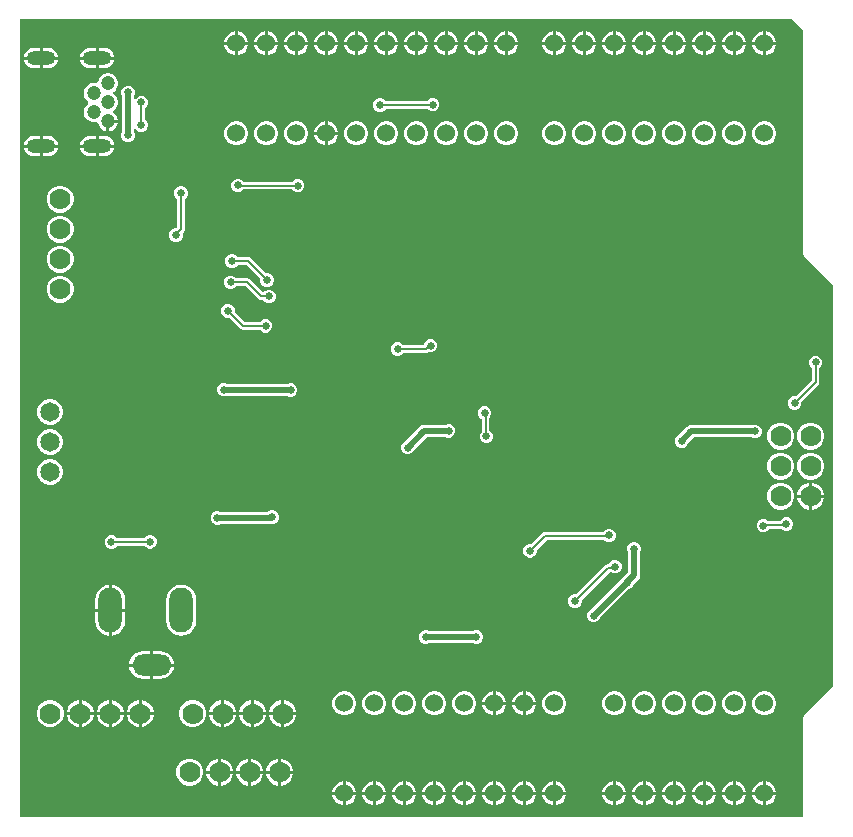
<source format=gbl>
G04*
G04 #@! TF.GenerationSoftware,Altium Limited,Altium Designer,22.1.2 (22)*
G04*
G04 Layer_Physical_Order=2*
G04 Layer_Color=16711680*
%FSLAX25Y25*%
%MOIN*%
G70*
G04*
G04 #@! TF.SameCoordinates,AD3CF4ED-2F77-40B5-8B07-5FF5FC0119D8*
G04*
G04*
G04 #@! TF.FilePolarity,Positive*
G04*
G01*
G75*
%ADD13C,0.00600*%
%ADD58C,0.02000*%
%ADD59O,0.07874X0.14961*%
%ADD60O,0.12992X0.07087*%
%ADD61C,0.07000*%
%ADD62O,0.09449X0.04724*%
%ADD63C,0.04724*%
%ADD64C,0.06496*%
%ADD65C,0.06000*%
%ADD66C,0.02500*%
%ADD67C,0.05000*%
G36*
X262961Y264155D02*
Y190000D01*
X263116Y189220D01*
X263558Y188558D01*
X272961Y179155D01*
Y45845D01*
X263558Y36442D01*
X263116Y35780D01*
X262961Y35000D01*
Y2039D01*
X2039D01*
Y267961D01*
X259155D01*
X262961Y264155D01*
D02*
G37*
%LPC*%
G36*
X240527Y264000D02*
X240500D01*
Y260500D01*
X244000D01*
Y260527D01*
X243727Y261544D01*
X243201Y262456D01*
X242456Y263201D01*
X241544Y263727D01*
X240527Y264000D01*
D02*
G37*
G36*
X190527D02*
X190500D01*
Y260500D01*
X194000D01*
Y260527D01*
X193727Y261544D01*
X193201Y262456D01*
X192456Y263201D01*
X191544Y263727D01*
X190527Y264000D01*
D02*
G37*
G36*
X134527D02*
X134500D01*
Y260500D01*
X138000D01*
Y260527D01*
X137727Y261544D01*
X137201Y262456D01*
X136456Y263201D01*
X135544Y263727D01*
X134527Y264000D01*
D02*
G37*
G36*
X84527D02*
X84500D01*
Y260500D01*
X88000D01*
Y260527D01*
X87727Y261544D01*
X87201Y262456D01*
X86456Y263201D01*
X85544Y263727D01*
X84527Y264000D01*
D02*
G37*
G36*
X250527D02*
X250500D01*
Y260500D01*
X254000D01*
Y260527D01*
X253727Y261544D01*
X253201Y262456D01*
X252456Y263201D01*
X251544Y263727D01*
X250527Y264000D01*
D02*
G37*
G36*
X220527D02*
X220500D01*
Y260500D01*
X224000D01*
Y260527D01*
X223727Y261544D01*
X223201Y262456D01*
X222456Y263201D01*
X221544Y263727D01*
X220527Y264000D01*
D02*
G37*
G36*
X210527D02*
X210500D01*
Y260500D01*
X214000D01*
Y260527D01*
X213727Y261544D01*
X213201Y262456D01*
X212456Y263201D01*
X211544Y263727D01*
X210527Y264000D01*
D02*
G37*
G36*
X164527D02*
X164500D01*
Y260500D01*
X168000D01*
Y260527D01*
X167727Y261544D01*
X167201Y262456D01*
X166456Y263201D01*
X165544Y263727D01*
X164527Y264000D01*
D02*
G37*
G36*
X154527D02*
X154500D01*
Y260500D01*
X158000D01*
Y260527D01*
X157727Y261544D01*
X157201Y262456D01*
X156456Y263201D01*
X155544Y263727D01*
X154527Y264000D01*
D02*
G37*
G36*
X124527D02*
X124500D01*
Y260500D01*
X128000D01*
Y260527D01*
X127727Y261544D01*
X127201Y262456D01*
X126456Y263201D01*
X125544Y263727D01*
X124527Y264000D01*
D02*
G37*
G36*
X114527D02*
X114500D01*
Y260500D01*
X118000D01*
Y260527D01*
X117727Y261544D01*
X117201Y262456D01*
X116456Y263201D01*
X115544Y263727D01*
X114527Y264000D01*
D02*
G37*
G36*
X104527D02*
X104500D01*
Y260500D01*
X108000D01*
Y260527D01*
X107727Y261544D01*
X107201Y262456D01*
X106456Y263201D01*
X105544Y263727D01*
X104527Y264000D01*
D02*
G37*
G36*
X74527D02*
X74500D01*
Y260500D01*
X78000D01*
Y260527D01*
X77727Y261544D01*
X77201Y262456D01*
X76456Y263201D01*
X75544Y263727D01*
X74527Y264000D01*
D02*
G37*
G36*
X230527D02*
X230500D01*
Y260500D01*
X234000D01*
Y260527D01*
X233727Y261544D01*
X233201Y262456D01*
X232456Y263201D01*
X231544Y263727D01*
X230527Y264000D01*
D02*
G37*
G36*
X200527D02*
X200500D01*
Y260500D01*
X204000D01*
Y260527D01*
X203727Y261544D01*
X203201Y262456D01*
X202456Y263201D01*
X201544Y263727D01*
X200527Y264000D01*
D02*
G37*
G36*
X180527D02*
X180500D01*
Y260500D01*
X184000D01*
Y260527D01*
X183727Y261544D01*
X183201Y262456D01*
X182456Y263201D01*
X181544Y263727D01*
X180527Y264000D01*
D02*
G37*
G36*
X144527D02*
X144500D01*
Y260500D01*
X148000D01*
Y260527D01*
X147727Y261544D01*
X147201Y262456D01*
X146456Y263201D01*
X145544Y263727D01*
X144527Y264000D01*
D02*
G37*
G36*
X94527D02*
X94500D01*
Y260500D01*
X98000D01*
Y260527D01*
X97727Y261544D01*
X97201Y262456D01*
X96456Y263201D01*
X95544Y263727D01*
X94527Y264000D01*
D02*
G37*
G36*
X189500D02*
X189473D01*
X188456Y263727D01*
X187544Y263201D01*
X186799Y262456D01*
X186273Y261544D01*
X186000Y260527D01*
Y260500D01*
X189500D01*
Y264000D01*
D02*
G37*
G36*
X133500D02*
X133473D01*
X132456Y263727D01*
X131544Y263201D01*
X130799Y262456D01*
X130273Y261544D01*
X130000Y260527D01*
Y260500D01*
X133500D01*
Y264000D01*
D02*
G37*
G36*
X83500D02*
X83473D01*
X82456Y263727D01*
X81544Y263201D01*
X80799Y262456D01*
X80273Y261544D01*
X80000Y260527D01*
Y260500D01*
X83500D01*
Y264000D01*
D02*
G37*
G36*
X239500D02*
X239473D01*
X238456Y263727D01*
X237544Y263201D01*
X236799Y262456D01*
X236273Y261544D01*
X236000Y260527D01*
Y260500D01*
X239500D01*
Y264000D01*
D02*
G37*
G36*
X249500D02*
X249473D01*
X248456Y263727D01*
X247544Y263201D01*
X246799Y262456D01*
X246273Y261544D01*
X246000Y260527D01*
Y260500D01*
X249500D01*
Y264000D01*
D02*
G37*
G36*
X209500D02*
X209473D01*
X208456Y263727D01*
X207544Y263201D01*
X206799Y262456D01*
X206273Y261544D01*
X206000Y260527D01*
Y260500D01*
X209500D01*
Y264000D01*
D02*
G37*
G36*
X163500D02*
X163473D01*
X162456Y263727D01*
X161544Y263201D01*
X160799Y262456D01*
X160273Y261544D01*
X160000Y260527D01*
Y260500D01*
X163500D01*
Y264000D01*
D02*
G37*
G36*
X153500D02*
X153473D01*
X152456Y263727D01*
X151544Y263201D01*
X150799Y262456D01*
X150273Y261544D01*
X150000Y260527D01*
Y260500D01*
X153500D01*
Y264000D01*
D02*
G37*
G36*
X113500D02*
X113473D01*
X112456Y263727D01*
X111544Y263201D01*
X110799Y262456D01*
X110273Y261544D01*
X110000Y260527D01*
Y260500D01*
X113500D01*
Y264000D01*
D02*
G37*
G36*
X103500D02*
X103473D01*
X102456Y263727D01*
X101544Y263201D01*
X100799Y262456D01*
X100273Y261544D01*
X100000Y260527D01*
Y260500D01*
X103500D01*
Y264000D01*
D02*
G37*
G36*
X73500D02*
X73473D01*
X72456Y263727D01*
X71544Y263201D01*
X70799Y262456D01*
X70273Y261544D01*
X70000Y260527D01*
Y260500D01*
X73500D01*
Y264000D01*
D02*
G37*
G36*
X219500D02*
X219473D01*
X218456Y263727D01*
X217544Y263201D01*
X216799Y262456D01*
X216273Y261544D01*
X216000Y260527D01*
Y260500D01*
X219500D01*
Y264000D01*
D02*
G37*
G36*
X123500D02*
X123473D01*
X122456Y263727D01*
X121544Y263201D01*
X120799Y262456D01*
X120273Y261544D01*
X120000Y260527D01*
Y260500D01*
X123500D01*
Y264000D01*
D02*
G37*
G36*
X229500D02*
X229473D01*
X228456Y263727D01*
X227544Y263201D01*
X226799Y262456D01*
X226273Y261544D01*
X226000Y260527D01*
Y260500D01*
X229500D01*
Y264000D01*
D02*
G37*
G36*
X179500D02*
X179473D01*
X178456Y263727D01*
X177544Y263201D01*
X176799Y262456D01*
X176273Y261544D01*
X176000Y260527D01*
Y260500D01*
X179500D01*
Y264000D01*
D02*
G37*
G36*
X93500D02*
X93473D01*
X92456Y263727D01*
X91544Y263201D01*
X90799Y262456D01*
X90273Y261544D01*
X90000Y260527D01*
Y260500D01*
X93500D01*
Y264000D01*
D02*
G37*
G36*
X199500D02*
X199473D01*
X198456Y263727D01*
X197544Y263201D01*
X196799Y262456D01*
X196273Y261544D01*
X196000Y260527D01*
Y260500D01*
X199500D01*
Y264000D01*
D02*
G37*
G36*
X143500D02*
X143473D01*
X142456Y263727D01*
X141544Y263201D01*
X140799Y262456D01*
X140273Y261544D01*
X140000Y260527D01*
Y260500D01*
X143500D01*
Y264000D01*
D02*
G37*
G36*
X254000Y259500D02*
X250500D01*
Y256000D01*
X250527D01*
X251544Y256273D01*
X252456Y256799D01*
X253201Y257544D01*
X253727Y258456D01*
X254000Y259473D01*
Y259500D01*
D02*
G37*
G36*
X249500D02*
X246000D01*
Y259473D01*
X246273Y258456D01*
X246799Y257544D01*
X247544Y256799D01*
X248456Y256273D01*
X249473Y256000D01*
X249500D01*
Y259500D01*
D02*
G37*
G36*
X244000D02*
X240500D01*
Y256000D01*
X240527D01*
X241544Y256273D01*
X242456Y256799D01*
X243201Y257544D01*
X243727Y258456D01*
X244000Y259473D01*
Y259500D01*
D02*
G37*
G36*
X239500D02*
X236000D01*
Y259473D01*
X236273Y258456D01*
X236799Y257544D01*
X237544Y256799D01*
X238456Y256273D01*
X239473Y256000D01*
X239500D01*
Y259500D01*
D02*
G37*
G36*
X234000D02*
X230500D01*
Y256000D01*
X230527D01*
X231544Y256273D01*
X232456Y256799D01*
X233201Y257544D01*
X233727Y258456D01*
X234000Y259473D01*
Y259500D01*
D02*
G37*
G36*
X229500D02*
X226000D01*
Y259473D01*
X226273Y258456D01*
X226799Y257544D01*
X227544Y256799D01*
X228456Y256273D01*
X229473Y256000D01*
X229500D01*
Y259500D01*
D02*
G37*
G36*
X224000D02*
X220500D01*
Y256000D01*
X220527D01*
X221544Y256273D01*
X222456Y256799D01*
X223201Y257544D01*
X223727Y258456D01*
X224000Y259473D01*
Y259500D01*
D02*
G37*
G36*
X219500D02*
X216000D01*
Y259473D01*
X216273Y258456D01*
X216799Y257544D01*
X217544Y256799D01*
X218456Y256273D01*
X219473Y256000D01*
X219500D01*
Y259500D01*
D02*
G37*
G36*
X214000D02*
X210500D01*
Y256000D01*
X210527D01*
X211544Y256273D01*
X212456Y256799D01*
X213201Y257544D01*
X213727Y258456D01*
X214000Y259473D01*
Y259500D01*
D02*
G37*
G36*
X209500D02*
X206000D01*
Y259473D01*
X206273Y258456D01*
X206799Y257544D01*
X207544Y256799D01*
X208456Y256273D01*
X209473Y256000D01*
X209500D01*
Y259500D01*
D02*
G37*
G36*
X204000D02*
X200500D01*
Y256000D01*
X200527D01*
X201544Y256273D01*
X202456Y256799D01*
X203201Y257544D01*
X203727Y258456D01*
X204000Y259473D01*
Y259500D01*
D02*
G37*
G36*
X199500D02*
X196000D01*
Y259473D01*
X196273Y258456D01*
X196799Y257544D01*
X197544Y256799D01*
X198456Y256273D01*
X199473Y256000D01*
X199500D01*
Y259500D01*
D02*
G37*
G36*
X194000D02*
X190500D01*
Y256000D01*
X190527D01*
X191544Y256273D01*
X192456Y256799D01*
X193201Y257544D01*
X193727Y258456D01*
X194000Y259473D01*
Y259500D01*
D02*
G37*
G36*
X189500D02*
X186000D01*
Y259473D01*
X186273Y258456D01*
X186799Y257544D01*
X187544Y256799D01*
X188456Y256273D01*
X189473Y256000D01*
X189500D01*
Y259500D01*
D02*
G37*
G36*
X184000D02*
X180500D01*
Y256000D01*
X180527D01*
X181544Y256273D01*
X182456Y256799D01*
X183201Y257544D01*
X183727Y258456D01*
X184000Y259473D01*
Y259500D01*
D02*
G37*
G36*
X179500D02*
X176000D01*
Y259473D01*
X176273Y258456D01*
X176799Y257544D01*
X177544Y256799D01*
X178456Y256273D01*
X179473Y256000D01*
X179500D01*
Y259500D01*
D02*
G37*
G36*
X168000D02*
X164500D01*
Y256000D01*
X164527D01*
X165544Y256273D01*
X166456Y256799D01*
X167201Y257544D01*
X167727Y258456D01*
X168000Y259473D01*
Y259500D01*
D02*
G37*
G36*
X163500D02*
X160000D01*
Y259473D01*
X160273Y258456D01*
X160799Y257544D01*
X161544Y256799D01*
X162456Y256273D01*
X163473Y256000D01*
X163500D01*
Y259500D01*
D02*
G37*
G36*
X158000D02*
X154500D01*
Y256000D01*
X154527D01*
X155544Y256273D01*
X156456Y256799D01*
X157201Y257544D01*
X157727Y258456D01*
X158000Y259473D01*
Y259500D01*
D02*
G37*
G36*
X153500D02*
X150000D01*
Y259473D01*
X150273Y258456D01*
X150799Y257544D01*
X151544Y256799D01*
X152456Y256273D01*
X153473Y256000D01*
X153500D01*
Y259500D01*
D02*
G37*
G36*
X148000D02*
X144500D01*
Y256000D01*
X144527D01*
X145544Y256273D01*
X146456Y256799D01*
X147201Y257544D01*
X147727Y258456D01*
X148000Y259473D01*
Y259500D01*
D02*
G37*
G36*
X143500D02*
X140000D01*
Y259473D01*
X140273Y258456D01*
X140799Y257544D01*
X141544Y256799D01*
X142456Y256273D01*
X143473Y256000D01*
X143500D01*
Y259500D01*
D02*
G37*
G36*
X138000D02*
X134500D01*
Y256000D01*
X134527D01*
X135544Y256273D01*
X136456Y256799D01*
X137201Y257544D01*
X137727Y258456D01*
X138000Y259473D01*
Y259500D01*
D02*
G37*
G36*
X133500D02*
X130000D01*
Y259473D01*
X130273Y258456D01*
X130799Y257544D01*
X131544Y256799D01*
X132456Y256273D01*
X133473Y256000D01*
X133500D01*
Y259500D01*
D02*
G37*
G36*
X128000D02*
X124500D01*
Y256000D01*
X124527D01*
X125544Y256273D01*
X126456Y256799D01*
X127201Y257544D01*
X127727Y258456D01*
X128000Y259473D01*
Y259500D01*
D02*
G37*
G36*
X123500D02*
X120000D01*
Y259473D01*
X120273Y258456D01*
X120799Y257544D01*
X121544Y256799D01*
X122456Y256273D01*
X123473Y256000D01*
X123500D01*
Y259500D01*
D02*
G37*
G36*
X118000D02*
X114500D01*
Y256000D01*
X114527D01*
X115544Y256273D01*
X116456Y256799D01*
X117201Y257544D01*
X117727Y258456D01*
X118000Y259473D01*
Y259500D01*
D02*
G37*
G36*
X113500D02*
X110000D01*
Y259473D01*
X110273Y258456D01*
X110799Y257544D01*
X111544Y256799D01*
X112456Y256273D01*
X113473Y256000D01*
X113500D01*
Y259500D01*
D02*
G37*
G36*
X108000D02*
X104500D01*
Y256000D01*
X104527D01*
X105544Y256273D01*
X106456Y256799D01*
X107201Y257544D01*
X107727Y258456D01*
X108000Y259473D01*
Y259500D01*
D02*
G37*
G36*
X103500D02*
X100000D01*
Y259473D01*
X100273Y258456D01*
X100799Y257544D01*
X101544Y256799D01*
X102456Y256273D01*
X103473Y256000D01*
X103500D01*
Y259500D01*
D02*
G37*
G36*
X98000D02*
X94500D01*
Y256000D01*
X94527D01*
X95544Y256273D01*
X96456Y256799D01*
X97201Y257544D01*
X97727Y258456D01*
X98000Y259473D01*
Y259500D01*
D02*
G37*
G36*
X93500D02*
X90000D01*
Y259473D01*
X90273Y258456D01*
X90799Y257544D01*
X91544Y256799D01*
X92456Y256273D01*
X93473Y256000D01*
X93500D01*
Y259500D01*
D02*
G37*
G36*
X88000D02*
X84500D01*
Y256000D01*
X84527D01*
X85544Y256273D01*
X86456Y256799D01*
X87201Y257544D01*
X87727Y258456D01*
X88000Y259473D01*
Y259500D01*
D02*
G37*
G36*
X83500D02*
X80000D01*
Y259473D01*
X80273Y258456D01*
X80799Y257544D01*
X81544Y256799D01*
X82456Y256273D01*
X83473Y256000D01*
X83500D01*
Y259500D01*
D02*
G37*
G36*
X78000D02*
X74500D01*
Y256000D01*
X74527D01*
X75544Y256273D01*
X76456Y256799D01*
X77201Y257544D01*
X77727Y258456D01*
X78000Y259473D01*
Y259500D01*
D02*
G37*
G36*
X73500D02*
X70000D01*
Y259473D01*
X70273Y258456D01*
X70799Y257544D01*
X71544Y256799D01*
X72456Y256273D01*
X73473Y256000D01*
X73500D01*
Y259500D01*
D02*
G37*
G36*
X30063Y258391D02*
X28201D01*
Y255500D01*
X33388D01*
X33339Y255878D01*
X33000Y256696D01*
X32461Y257398D01*
X31759Y257937D01*
X30941Y258276D01*
X30063Y258391D01*
D02*
G37*
G36*
X11362D02*
X9500D01*
Y255500D01*
X14688D01*
X14638Y255878D01*
X14299Y256696D01*
X13760Y257398D01*
X13058Y257937D01*
X12240Y258276D01*
X11362Y258391D01*
D02*
G37*
G36*
X27201D02*
X25339D01*
X24461Y258276D01*
X23643Y257937D01*
X22941Y257398D01*
X22402Y256696D01*
X22063Y255878D01*
X22013Y255500D01*
X27201D01*
Y258391D01*
D02*
G37*
G36*
X8500D02*
X6638D01*
X5760Y258276D01*
X4942Y257937D01*
X4240Y257398D01*
X3701Y256696D01*
X3362Y255878D01*
X3312Y255500D01*
X8500D01*
Y258391D01*
D02*
G37*
G36*
X33388Y254500D02*
X28201D01*
Y251609D01*
X30063D01*
X30941Y251724D01*
X31759Y252063D01*
X32461Y252602D01*
X33000Y253304D01*
X33339Y254122D01*
X33388Y254500D01*
D02*
G37*
G36*
X27201D02*
X22013D01*
X22063Y254122D01*
X22402Y253304D01*
X22941Y252602D01*
X23643Y252063D01*
X24461Y251724D01*
X25339Y251609D01*
X27201D01*
Y254500D01*
D02*
G37*
G36*
X14688D02*
X9500D01*
Y251609D01*
X11362D01*
X12240Y251724D01*
X13058Y252063D01*
X13760Y252602D01*
X14299Y253304D01*
X14638Y254122D01*
X14688Y254500D01*
D02*
G37*
G36*
X8500D02*
X3312D01*
X3362Y254122D01*
X3701Y253304D01*
X4240Y252602D01*
X4942Y252063D01*
X5760Y251724D01*
X6638Y251609D01*
X8500D01*
Y254500D01*
D02*
G37*
G36*
X31693Y249937D02*
X30808D01*
X29953Y249708D01*
X29186Y249265D01*
X28560Y248639D01*
X28118Y247873D01*
X27889Y247018D01*
X27389Y246672D01*
X26954Y246788D01*
X26069D01*
X25214Y246559D01*
X24447Y246116D01*
X23821Y245490D01*
X23379Y244724D01*
X23150Y243869D01*
Y242983D01*
X23379Y242128D01*
X23821Y241362D01*
X24447Y240736D01*
X24743Y240565D01*
Y239988D01*
X24447Y239817D01*
X23821Y239191D01*
X23379Y238425D01*
X23150Y237570D01*
Y236684D01*
X23379Y235829D01*
X23821Y235063D01*
X24447Y234437D01*
X25214Y233994D01*
X26069Y233765D01*
X26954D01*
X27389Y233881D01*
X27889Y233534D01*
X28118Y232679D01*
X28560Y231913D01*
X29186Y231287D01*
X29953Y230844D01*
X30751Y230630D01*
Y233977D01*
X31251D01*
Y234477D01*
X34598D01*
X34384Y235275D01*
X33941Y236041D01*
X33315Y236667D01*
X33020Y236838D01*
Y237415D01*
X33315Y237586D01*
X33941Y238212D01*
X34384Y238978D01*
X34613Y239833D01*
Y240719D01*
X34384Y241574D01*
X33941Y242340D01*
X33315Y242966D01*
X33020Y243137D01*
Y243714D01*
X33315Y243885D01*
X33941Y244511D01*
X34384Y245277D01*
X34613Y246132D01*
Y247018D01*
X34384Y247873D01*
X33941Y248639D01*
X33315Y249265D01*
X32549Y249708D01*
X31693Y249937D01*
D02*
G37*
G36*
X139948Y241750D02*
X139052D01*
X138225Y241407D01*
X137593Y240775D01*
X123706D01*
X123175Y241307D01*
X122348Y241650D01*
X121452D01*
X120625Y241307D01*
X119992Y240674D01*
X119650Y239848D01*
Y238952D01*
X119992Y238125D01*
X120625Y237492D01*
X121452Y237150D01*
X122348D01*
X123175Y237492D01*
X123807Y238124D01*
X137694D01*
X138225Y237593D01*
X139052Y237250D01*
X139948D01*
X140775Y237593D01*
X141408Y238226D01*
X141750Y239052D01*
Y239948D01*
X141408Y240774D01*
X140775Y241407D01*
X139948Y241750D01*
D02*
G37*
G36*
X34598Y233477D02*
X31751D01*
Y230630D01*
X32549Y230844D01*
X33315Y231287D01*
X33941Y231913D01*
X34384Y232679D01*
X34598Y233477D01*
D02*
G37*
G36*
X104527Y234000D02*
X104500D01*
Y230500D01*
X108000D01*
Y230527D01*
X107727Y231544D01*
X107201Y232456D01*
X106456Y233201D01*
X105544Y233727D01*
X104527Y234000D01*
D02*
G37*
G36*
X103500D02*
X103473D01*
X102456Y233727D01*
X101544Y233201D01*
X100799Y232456D01*
X100273Y231544D01*
X100000Y230527D01*
Y230500D01*
X103500D01*
Y234000D01*
D02*
G37*
G36*
X38448Y245850D02*
X37552D01*
X36726Y245508D01*
X36092Y244875D01*
X35750Y244048D01*
Y243152D01*
X35861Y242885D01*
Y230257D01*
X35650Y229748D01*
Y228852D01*
X35993Y228026D01*
X36625Y227393D01*
X37452Y227050D01*
X38348D01*
X39175Y227393D01*
X39808Y228026D01*
X40150Y228852D01*
Y229748D01*
X39939Y230257D01*
Y231226D01*
X40222Y231350D01*
X40439Y231379D01*
X41026Y230792D01*
X41852Y230450D01*
X42748D01*
X43575Y230792D01*
X44208Y231425D01*
X44550Y232252D01*
Y233148D01*
X44208Y233975D01*
X43685Y234497D01*
Y238365D01*
X43694Y238369D01*
X44327Y239001D01*
X44670Y239828D01*
Y240723D01*
X44327Y241550D01*
X43694Y242183D01*
X42867Y242526D01*
X41972D01*
X41145Y242183D01*
X40512Y241550D01*
X40439Y241374D01*
X39939Y241473D01*
Y242402D01*
X40250Y243152D01*
Y244048D01*
X39908Y244875D01*
X39274Y245508D01*
X38448Y245850D01*
D02*
G37*
G36*
X30063Y229100D02*
X28201D01*
Y226209D01*
X33388D01*
X33339Y226587D01*
X33000Y227405D01*
X32461Y228107D01*
X31759Y228646D01*
X30941Y228985D01*
X30063Y229100D01*
D02*
G37*
G36*
X11362D02*
X9500D01*
Y226209D01*
X14688D01*
X14638Y226587D01*
X14299Y227405D01*
X13760Y228107D01*
X13058Y228646D01*
X12240Y228985D01*
X11362Y229100D01*
D02*
G37*
G36*
X8500D02*
X6638D01*
X5760Y228985D01*
X4942Y228646D01*
X4240Y228107D01*
X3701Y227405D01*
X3362Y226587D01*
X3312Y226209D01*
X8500D01*
Y229100D01*
D02*
G37*
G36*
X27201D02*
X25339D01*
X24461Y228985D01*
X23643Y228646D01*
X22941Y228107D01*
X22402Y227405D01*
X22063Y226587D01*
X22013Y226209D01*
X27201D01*
Y229100D01*
D02*
G37*
G36*
X250527Y234000D02*
X249473D01*
X248456Y233727D01*
X247544Y233201D01*
X246799Y232456D01*
X246273Y231544D01*
X246000Y230527D01*
Y229473D01*
X246273Y228456D01*
X246799Y227544D01*
X247544Y226799D01*
X248456Y226273D01*
X249473Y226000D01*
X250527D01*
X251544Y226273D01*
X252456Y226799D01*
X253201Y227544D01*
X253727Y228456D01*
X254000Y229473D01*
Y230527D01*
X253727Y231544D01*
X253201Y232456D01*
X252456Y233201D01*
X251544Y233727D01*
X250527Y234000D01*
D02*
G37*
G36*
X240527D02*
X239473D01*
X238456Y233727D01*
X237544Y233201D01*
X236799Y232456D01*
X236273Y231544D01*
X236000Y230527D01*
Y229473D01*
X236273Y228456D01*
X236799Y227544D01*
X237544Y226799D01*
X238456Y226273D01*
X239473Y226000D01*
X240527D01*
X241544Y226273D01*
X242456Y226799D01*
X243201Y227544D01*
X243727Y228456D01*
X244000Y229473D01*
Y230527D01*
X243727Y231544D01*
X243201Y232456D01*
X242456Y233201D01*
X241544Y233727D01*
X240527Y234000D01*
D02*
G37*
G36*
X230527D02*
X229473D01*
X228456Y233727D01*
X227544Y233201D01*
X226799Y232456D01*
X226273Y231544D01*
X226000Y230527D01*
Y229473D01*
X226273Y228456D01*
X226799Y227544D01*
X227544Y226799D01*
X228456Y226273D01*
X229473Y226000D01*
X230527D01*
X231544Y226273D01*
X232456Y226799D01*
X233201Y227544D01*
X233727Y228456D01*
X234000Y229473D01*
Y230527D01*
X233727Y231544D01*
X233201Y232456D01*
X232456Y233201D01*
X231544Y233727D01*
X230527Y234000D01*
D02*
G37*
G36*
X220527D02*
X219473D01*
X218456Y233727D01*
X217544Y233201D01*
X216799Y232456D01*
X216273Y231544D01*
X216000Y230527D01*
Y229473D01*
X216273Y228456D01*
X216799Y227544D01*
X217544Y226799D01*
X218456Y226273D01*
X219473Y226000D01*
X220527D01*
X221544Y226273D01*
X222456Y226799D01*
X223201Y227544D01*
X223727Y228456D01*
X224000Y229473D01*
Y230527D01*
X223727Y231544D01*
X223201Y232456D01*
X222456Y233201D01*
X221544Y233727D01*
X220527Y234000D01*
D02*
G37*
G36*
X210527D02*
X209473D01*
X208456Y233727D01*
X207544Y233201D01*
X206799Y232456D01*
X206273Y231544D01*
X206000Y230527D01*
Y229473D01*
X206273Y228456D01*
X206799Y227544D01*
X207544Y226799D01*
X208456Y226273D01*
X209473Y226000D01*
X210527D01*
X211544Y226273D01*
X212456Y226799D01*
X213201Y227544D01*
X213727Y228456D01*
X214000Y229473D01*
Y230527D01*
X213727Y231544D01*
X213201Y232456D01*
X212456Y233201D01*
X211544Y233727D01*
X210527Y234000D01*
D02*
G37*
G36*
X200527D02*
X199473D01*
X198456Y233727D01*
X197544Y233201D01*
X196799Y232456D01*
X196273Y231544D01*
X196000Y230527D01*
Y229473D01*
X196273Y228456D01*
X196799Y227544D01*
X197544Y226799D01*
X198456Y226273D01*
X199473Y226000D01*
X200527D01*
X201544Y226273D01*
X202456Y226799D01*
X203201Y227544D01*
X203727Y228456D01*
X204000Y229473D01*
Y230527D01*
X203727Y231544D01*
X203201Y232456D01*
X202456Y233201D01*
X201544Y233727D01*
X200527Y234000D01*
D02*
G37*
G36*
X190527D02*
X189473D01*
X188456Y233727D01*
X187544Y233201D01*
X186799Y232456D01*
X186273Y231544D01*
X186000Y230527D01*
Y229473D01*
X186273Y228456D01*
X186799Y227544D01*
X187544Y226799D01*
X188456Y226273D01*
X189473Y226000D01*
X190527D01*
X191544Y226273D01*
X192456Y226799D01*
X193201Y227544D01*
X193727Y228456D01*
X194000Y229473D01*
Y230527D01*
X193727Y231544D01*
X193201Y232456D01*
X192456Y233201D01*
X191544Y233727D01*
X190527Y234000D01*
D02*
G37*
G36*
X180527D02*
X179473D01*
X178456Y233727D01*
X177544Y233201D01*
X176799Y232456D01*
X176273Y231544D01*
X176000Y230527D01*
Y229473D01*
X176273Y228456D01*
X176799Y227544D01*
X177544Y226799D01*
X178456Y226273D01*
X179473Y226000D01*
X180527D01*
X181544Y226273D01*
X182456Y226799D01*
X183201Y227544D01*
X183727Y228456D01*
X184000Y229473D01*
Y230527D01*
X183727Y231544D01*
X183201Y232456D01*
X182456Y233201D01*
X181544Y233727D01*
X180527Y234000D01*
D02*
G37*
G36*
X164527D02*
X163473D01*
X162456Y233727D01*
X161544Y233201D01*
X160799Y232456D01*
X160273Y231544D01*
X160000Y230527D01*
Y229473D01*
X160273Y228456D01*
X160799Y227544D01*
X161544Y226799D01*
X162456Y226273D01*
X163473Y226000D01*
X164527D01*
X165544Y226273D01*
X166456Y226799D01*
X167201Y227544D01*
X167727Y228456D01*
X168000Y229473D01*
Y230527D01*
X167727Y231544D01*
X167201Y232456D01*
X166456Y233201D01*
X165544Y233727D01*
X164527Y234000D01*
D02*
G37*
G36*
X154527D02*
X153473D01*
X152456Y233727D01*
X151544Y233201D01*
X150799Y232456D01*
X150273Y231544D01*
X150000Y230527D01*
Y229473D01*
X150273Y228456D01*
X150799Y227544D01*
X151544Y226799D01*
X152456Y226273D01*
X153473Y226000D01*
X154527D01*
X155544Y226273D01*
X156456Y226799D01*
X157201Y227544D01*
X157727Y228456D01*
X158000Y229473D01*
Y230527D01*
X157727Y231544D01*
X157201Y232456D01*
X156456Y233201D01*
X155544Y233727D01*
X154527Y234000D01*
D02*
G37*
G36*
X144527D02*
X143473D01*
X142456Y233727D01*
X141544Y233201D01*
X140799Y232456D01*
X140273Y231544D01*
X140000Y230527D01*
Y229473D01*
X140273Y228456D01*
X140799Y227544D01*
X141544Y226799D01*
X142456Y226273D01*
X143473Y226000D01*
X144527D01*
X145544Y226273D01*
X146456Y226799D01*
X147201Y227544D01*
X147727Y228456D01*
X148000Y229473D01*
Y230527D01*
X147727Y231544D01*
X147201Y232456D01*
X146456Y233201D01*
X145544Y233727D01*
X144527Y234000D01*
D02*
G37*
G36*
X134527D02*
X133473D01*
X132456Y233727D01*
X131544Y233201D01*
X130799Y232456D01*
X130273Y231544D01*
X130000Y230527D01*
Y229473D01*
X130273Y228456D01*
X130799Y227544D01*
X131544Y226799D01*
X132456Y226273D01*
X133473Y226000D01*
X134527D01*
X135544Y226273D01*
X136456Y226799D01*
X137201Y227544D01*
X137727Y228456D01*
X138000Y229473D01*
Y230527D01*
X137727Y231544D01*
X137201Y232456D01*
X136456Y233201D01*
X135544Y233727D01*
X134527Y234000D01*
D02*
G37*
G36*
X124527D02*
X123473D01*
X122456Y233727D01*
X121544Y233201D01*
X120799Y232456D01*
X120273Y231544D01*
X120000Y230527D01*
Y229473D01*
X120273Y228456D01*
X120799Y227544D01*
X121544Y226799D01*
X122456Y226273D01*
X123473Y226000D01*
X124527D01*
X125544Y226273D01*
X126456Y226799D01*
X127201Y227544D01*
X127727Y228456D01*
X128000Y229473D01*
Y230527D01*
X127727Y231544D01*
X127201Y232456D01*
X126456Y233201D01*
X125544Y233727D01*
X124527Y234000D01*
D02*
G37*
G36*
X114527D02*
X113473D01*
X112456Y233727D01*
X111544Y233201D01*
X110799Y232456D01*
X110273Y231544D01*
X110000Y230527D01*
Y229473D01*
X110273Y228456D01*
X110799Y227544D01*
X111544Y226799D01*
X112456Y226273D01*
X113473Y226000D01*
X114527D01*
X115544Y226273D01*
X116456Y226799D01*
X117201Y227544D01*
X117727Y228456D01*
X118000Y229473D01*
Y230527D01*
X117727Y231544D01*
X117201Y232456D01*
X116456Y233201D01*
X115544Y233727D01*
X114527Y234000D01*
D02*
G37*
G36*
X108000Y229500D02*
X104500D01*
Y226000D01*
X104527D01*
X105544Y226273D01*
X106456Y226799D01*
X107201Y227544D01*
X107727Y228456D01*
X108000Y229473D01*
Y229500D01*
D02*
G37*
G36*
X103500D02*
X100000D01*
Y229473D01*
X100273Y228456D01*
X100799Y227544D01*
X101544Y226799D01*
X102456Y226273D01*
X103473Y226000D01*
X103500D01*
Y229500D01*
D02*
G37*
G36*
X94527Y234000D02*
X93473D01*
X92456Y233727D01*
X91544Y233201D01*
X90799Y232456D01*
X90273Y231544D01*
X90000Y230527D01*
Y229473D01*
X90273Y228456D01*
X90799Y227544D01*
X91544Y226799D01*
X92456Y226273D01*
X93473Y226000D01*
X94527D01*
X95544Y226273D01*
X96456Y226799D01*
X97201Y227544D01*
X97727Y228456D01*
X98000Y229473D01*
Y230527D01*
X97727Y231544D01*
X97201Y232456D01*
X96456Y233201D01*
X95544Y233727D01*
X94527Y234000D01*
D02*
G37*
G36*
X84527D02*
X83473D01*
X82456Y233727D01*
X81544Y233201D01*
X80799Y232456D01*
X80273Y231544D01*
X80000Y230527D01*
Y229473D01*
X80273Y228456D01*
X80799Y227544D01*
X81544Y226799D01*
X82456Y226273D01*
X83473Y226000D01*
X84527D01*
X85544Y226273D01*
X86456Y226799D01*
X87201Y227544D01*
X87727Y228456D01*
X88000Y229473D01*
Y230527D01*
X87727Y231544D01*
X87201Y232456D01*
X86456Y233201D01*
X85544Y233727D01*
X84527Y234000D01*
D02*
G37*
G36*
X74527D02*
X73473D01*
X72456Y233727D01*
X71544Y233201D01*
X70799Y232456D01*
X70273Y231544D01*
X70000Y230527D01*
Y229473D01*
X70273Y228456D01*
X70799Y227544D01*
X71544Y226799D01*
X72456Y226273D01*
X73473Y226000D01*
X74527D01*
X75544Y226273D01*
X76456Y226799D01*
X77201Y227544D01*
X77727Y228456D01*
X78000Y229473D01*
Y230527D01*
X77727Y231544D01*
X77201Y232456D01*
X76456Y233201D01*
X75544Y233727D01*
X74527Y234000D01*
D02*
G37*
G36*
X33388Y225209D02*
X28201D01*
Y222318D01*
X30063D01*
X30941Y222433D01*
X31759Y222772D01*
X32461Y223311D01*
X33000Y224013D01*
X33339Y224831D01*
X33388Y225209D01*
D02*
G37*
G36*
X27201D02*
X22013D01*
X22063Y224831D01*
X22402Y224013D01*
X22941Y223311D01*
X23643Y222772D01*
X24461Y222433D01*
X25339Y222318D01*
X27201D01*
Y225209D01*
D02*
G37*
G36*
X14688D02*
X9500D01*
Y222318D01*
X11362D01*
X12240Y222433D01*
X13058Y222772D01*
X13760Y223311D01*
X14299Y224013D01*
X14638Y224831D01*
X14688Y225209D01*
D02*
G37*
G36*
X8500D02*
X3312D01*
X3362Y224831D01*
X3701Y224013D01*
X4240Y223311D01*
X4942Y222772D01*
X5760Y222433D01*
X6638Y222318D01*
X8500D01*
Y225209D01*
D02*
G37*
G36*
X75048Y214850D02*
X74152D01*
X73326Y214508D01*
X72693Y213875D01*
X72350Y213048D01*
Y212152D01*
X72693Y211326D01*
X73326Y210693D01*
X74152Y210350D01*
X75048D01*
X75875Y210693D01*
X76407Y211225D01*
X92593D01*
X93226Y210593D01*
X94052Y210250D01*
X94948D01*
X95775Y210593D01*
X96408Y211226D01*
X96750Y212052D01*
Y212948D01*
X96408Y213774D01*
X95775Y214407D01*
X94948Y214750D01*
X94052D01*
X93226Y214407D01*
X92694Y213876D01*
X76507D01*
X75875Y214508D01*
X75048Y214850D01*
D02*
G37*
G36*
X15892Y212500D02*
X14708D01*
X13563Y212193D01*
X12537Y211601D01*
X11699Y210763D01*
X11107Y209737D01*
X10800Y208592D01*
Y207408D01*
X11107Y206263D01*
X11699Y205237D01*
X12537Y204399D01*
X13563Y203807D01*
X14708Y203500D01*
X15892D01*
X17037Y203807D01*
X18063Y204399D01*
X18901Y205237D01*
X19493Y206263D01*
X19800Y207408D01*
Y208592D01*
X19493Y209737D01*
X18901Y210763D01*
X18063Y211601D01*
X17037Y212193D01*
X15892Y212500D01*
D02*
G37*
G36*
X56048Y212250D02*
X55152D01*
X54325Y211908D01*
X53693Y211275D01*
X53350Y210448D01*
Y209552D01*
X53693Y208726D01*
X54274Y208143D01*
Y198663D01*
X53861Y198250D01*
X53552D01*
X52725Y197907D01*
X52092Y197274D01*
X51750Y196448D01*
Y195552D01*
X52092Y194726D01*
X52725Y194093D01*
X53552Y193750D01*
X54448D01*
X55274Y194093D01*
X55907Y194726D01*
X56250Y195552D01*
Y196448D01*
X56121Y196760D01*
X56537Y197177D01*
X56825Y197607D01*
X56925Y198114D01*
Y208143D01*
X57507Y208726D01*
X57850Y209552D01*
Y210448D01*
X57507Y211275D01*
X56875Y211908D01*
X56048Y212250D01*
D02*
G37*
G36*
X15892Y202500D02*
X14708D01*
X13563Y202193D01*
X12537Y201601D01*
X11699Y200763D01*
X11107Y199737D01*
X10800Y198592D01*
Y197408D01*
X11107Y196263D01*
X11699Y195237D01*
X12537Y194399D01*
X13563Y193807D01*
X14708Y193500D01*
X15892D01*
X17037Y193807D01*
X18063Y194399D01*
X18901Y195237D01*
X19493Y196263D01*
X19800Y197408D01*
Y198592D01*
X19493Y199737D01*
X18901Y200763D01*
X18063Y201601D01*
X17037Y202193D01*
X15892Y202500D01*
D02*
G37*
G36*
Y192500D02*
X14708D01*
X13563Y192193D01*
X12537Y191601D01*
X11699Y190763D01*
X11107Y189737D01*
X10800Y188592D01*
Y187408D01*
X11107Y186263D01*
X11699Y185237D01*
X12537Y184399D01*
X13563Y183807D01*
X14708Y183500D01*
X15892D01*
X17037Y183807D01*
X18063Y184399D01*
X18901Y185237D01*
X19493Y186263D01*
X19800Y187408D01*
Y188592D01*
X19493Y189737D01*
X18901Y190763D01*
X18063Y191601D01*
X17037Y192193D01*
X15892Y192500D01*
D02*
G37*
G36*
X73048Y189650D02*
X72152D01*
X71325Y189307D01*
X70692Y188674D01*
X70350Y187848D01*
Y186952D01*
X70692Y186126D01*
X71325Y185493D01*
X72152Y185150D01*
X73048D01*
X73874Y185493D01*
X74457Y186074D01*
X77451D01*
X82050Y181475D01*
Y180652D01*
X82393Y179825D01*
X83025Y179192D01*
X83852Y178850D01*
X84748D01*
X85575Y179192D01*
X86207Y179825D01*
X86550Y180652D01*
Y181548D01*
X86207Y182375D01*
X85575Y183008D01*
X84748Y183350D01*
X83925D01*
X78937Y188337D01*
X78507Y188625D01*
X78000Y188725D01*
X74457D01*
X73874Y189307D01*
X73048Y189650D01*
D02*
G37*
G36*
X15892Y182500D02*
X14708D01*
X13563Y182193D01*
X12537Y181601D01*
X11699Y180763D01*
X11107Y179737D01*
X10800Y178592D01*
Y177408D01*
X11107Y176263D01*
X11699Y175237D01*
X12537Y174399D01*
X13563Y173807D01*
X14708Y173500D01*
X15892D01*
X17037Y173807D01*
X18063Y174399D01*
X18901Y175237D01*
X19493Y176263D01*
X19800Y177408D01*
Y178592D01*
X19493Y179737D01*
X18901Y180763D01*
X18063Y181601D01*
X17037Y182193D01*
X15892Y182500D01*
D02*
G37*
G36*
X72548Y182550D02*
X71652D01*
X70825Y182208D01*
X70192Y181574D01*
X69850Y180748D01*
Y179852D01*
X70192Y179025D01*
X70825Y178393D01*
X71652Y178050D01*
X72548D01*
X73374Y178393D01*
X73957Y178974D01*
X77151D01*
X81463Y174663D01*
X81893Y174375D01*
X82400Y174275D01*
X82400Y174275D01*
X83043D01*
X83626Y173693D01*
X84452Y173350D01*
X85348D01*
X86174Y173693D01*
X86808Y174326D01*
X87150Y175152D01*
Y176048D01*
X86808Y176874D01*
X86174Y177507D01*
X85348Y177850D01*
X84452D01*
X83626Y177507D01*
X83043Y176926D01*
X82949D01*
X78637Y181237D01*
X78207Y181525D01*
X77700Y181625D01*
X73957D01*
X73374Y182208D01*
X72548Y182550D01*
D02*
G37*
G36*
X71648Y173050D02*
X70752D01*
X69925Y172707D01*
X69292Y172074D01*
X68950Y171248D01*
Y170352D01*
X69292Y169526D01*
X69925Y168893D01*
X70752Y168550D01*
X71648D01*
X71667Y168558D01*
X75363Y164863D01*
X75793Y164575D01*
X76300Y164474D01*
X81944D01*
X82525Y163892D01*
X83352Y163550D01*
X84248D01*
X85075Y163892D01*
X85707Y164525D01*
X86050Y165352D01*
Y166248D01*
X85707Y167075D01*
X85075Y167708D01*
X84248Y168050D01*
X83352D01*
X82525Y167708D01*
X81944Y167125D01*
X76849D01*
X73450Y170525D01*
Y171248D01*
X73107Y172074D01*
X72474Y172707D01*
X71648Y173050D01*
D02*
G37*
G36*
X139248Y161450D02*
X138352D01*
X137525Y161108D01*
X136892Y160475D01*
X136550Y159648D01*
Y159425D01*
X129657D01*
X129075Y160008D01*
X128248Y160350D01*
X127352D01*
X126525Y160008D01*
X125892Y159374D01*
X125550Y158548D01*
Y157652D01*
X125892Y156825D01*
X126525Y156193D01*
X127352Y155850D01*
X128248D01*
X129075Y156193D01*
X129657Y156774D01*
X137186D01*
X137693Y156875D01*
X138014Y157090D01*
X138352Y156950D01*
X139248D01*
X140075Y157292D01*
X140708Y157925D01*
X141050Y158752D01*
Y159648D01*
X140708Y160475D01*
X140075Y161108D01*
X139248Y161450D01*
D02*
G37*
G36*
X70248Y146750D02*
X69352D01*
X68525Y146407D01*
X67892Y145774D01*
X67550Y144948D01*
Y144052D01*
X67892Y143226D01*
X68525Y142593D01*
X69352Y142250D01*
X70248D01*
X70636Y142411D01*
X91023D01*
X91652Y142150D01*
X92548D01*
X93375Y142492D01*
X94007Y143125D01*
X94350Y143952D01*
Y144848D01*
X94007Y145675D01*
X93375Y146308D01*
X92548Y146650D01*
X91652D01*
X91264Y146489D01*
X70877D01*
X70248Y146750D01*
D02*
G37*
G36*
X267548Y155850D02*
X266652D01*
X265826Y155508D01*
X265193Y154875D01*
X264850Y154048D01*
Y153152D01*
X265193Y152325D01*
X265774Y151743D01*
Y147549D01*
X260475Y142250D01*
X259652D01*
X258825Y141908D01*
X258192Y141274D01*
X257850Y140448D01*
Y139552D01*
X258192Y138725D01*
X258825Y138093D01*
X259652Y137750D01*
X260548D01*
X261374Y138093D01*
X262007Y138725D01*
X262350Y139552D01*
Y140375D01*
X268037Y146063D01*
X268325Y146493D01*
X268425Y147000D01*
Y151743D01*
X269007Y152325D01*
X269350Y153152D01*
Y154048D01*
X269007Y154875D01*
X268374Y155508D01*
X267548Y155850D01*
D02*
G37*
G36*
X145248Y133050D02*
X144352D01*
X143843Y132839D01*
X136700D01*
X136700Y132839D01*
X135920Y132684D01*
X135258Y132242D01*
X130334Y127318D01*
X129825Y127108D01*
X129192Y126474D01*
X128850Y125648D01*
Y124752D01*
X129192Y123925D01*
X129825Y123293D01*
X130652Y122950D01*
X131548D01*
X132375Y123293D01*
X133008Y123925D01*
X133218Y124434D01*
X137545Y128761D01*
X143843D01*
X144352Y128550D01*
X145248D01*
X146074Y128893D01*
X146707Y129525D01*
X147050Y130352D01*
Y131248D01*
X146707Y132074D01*
X146074Y132708D01*
X145248Y133050D01*
D02*
G37*
G36*
X12559Y141248D02*
X11441D01*
X10360Y140958D01*
X9392Y140399D01*
X8601Y139608D01*
X8042Y138640D01*
X7752Y137559D01*
Y136441D01*
X8042Y135360D01*
X8601Y134392D01*
X9392Y133601D01*
X10360Y133042D01*
X11441Y132752D01*
X12559D01*
X13640Y133042D01*
X14608Y133601D01*
X15399Y134392D01*
X15958Y135360D01*
X16248Y136441D01*
Y137559D01*
X15958Y138640D01*
X15399Y139608D01*
X14608Y140399D01*
X13640Y140958D01*
X12559Y141248D01*
D02*
G37*
G36*
X247348Y132850D02*
X246452D01*
X246185Y132739D01*
X225750D01*
X224970Y132584D01*
X224308Y132142D01*
X221734Y129568D01*
X221226Y129358D01*
X220592Y128725D01*
X220250Y127898D01*
Y127002D01*
X220592Y126175D01*
X221226Y125542D01*
X222052Y125200D01*
X222948D01*
X223775Y125542D01*
X224408Y126175D01*
X224618Y126684D01*
X226595Y128661D01*
X245702D01*
X246452Y128350D01*
X247348D01*
X248175Y128692D01*
X248808Y129325D01*
X249150Y130152D01*
Y131048D01*
X248808Y131875D01*
X248175Y132508D01*
X247348Y132850D01*
D02*
G37*
G36*
X157248Y138950D02*
X156352D01*
X155526Y138608D01*
X154893Y137975D01*
X154550Y137148D01*
Y136252D01*
X154893Y135425D01*
X155526Y134792D01*
X155774Y134689D01*
Y130451D01*
X155492Y130169D01*
X155150Y129342D01*
Y128447D01*
X155492Y127620D01*
X156125Y126987D01*
X156952Y126644D01*
X157848D01*
X158675Y126987D01*
X159308Y127620D01*
X159650Y128447D01*
Y129342D01*
X159308Y130169D01*
X158675Y130802D01*
X158425Y130905D01*
Y135143D01*
X158707Y135425D01*
X159050Y136252D01*
Y137148D01*
X158707Y137975D01*
X158074Y138608D01*
X157248Y138950D01*
D02*
G37*
G36*
X266092Y133500D02*
X264908D01*
X263763Y133193D01*
X262737Y132601D01*
X261899Y131763D01*
X261307Y130737D01*
X261000Y129592D01*
Y128408D01*
X261307Y127263D01*
X261899Y126237D01*
X262737Y125399D01*
X263763Y124807D01*
X264908Y124500D01*
X266092D01*
X267237Y124807D01*
X268263Y125399D01*
X269101Y126237D01*
X269693Y127263D01*
X270000Y128408D01*
Y129592D01*
X269693Y130737D01*
X269101Y131763D01*
X268263Y132601D01*
X267237Y133193D01*
X266092Y133500D01*
D02*
G37*
G36*
X256092D02*
X254908D01*
X253763Y133193D01*
X252737Y132601D01*
X251899Y131763D01*
X251307Y130737D01*
X251000Y129592D01*
Y128408D01*
X251307Y127263D01*
X251899Y126237D01*
X252737Y125399D01*
X253763Y124807D01*
X254908Y124500D01*
X256092D01*
X257237Y124807D01*
X258263Y125399D01*
X259101Y126237D01*
X259693Y127263D01*
X260000Y128408D01*
Y129592D01*
X259693Y130737D01*
X259101Y131763D01*
X258263Y132601D01*
X257237Y133193D01*
X256092Y133500D01*
D02*
G37*
G36*
X12559Y131248D02*
X11441D01*
X10360Y130958D01*
X9392Y130399D01*
X8601Y129608D01*
X8042Y128640D01*
X7752Y127559D01*
Y126441D01*
X8042Y125360D01*
X8601Y124392D01*
X9392Y123601D01*
X10360Y123041D01*
X11441Y122752D01*
X12559D01*
X13640Y123041D01*
X14608Y123601D01*
X15399Y124392D01*
X15958Y125360D01*
X16248Y126441D01*
Y127559D01*
X15958Y128640D01*
X15399Y129608D01*
X14608Y130399D01*
X13640Y130958D01*
X12559Y131248D01*
D02*
G37*
G36*
X266092Y123500D02*
X264908D01*
X263763Y123193D01*
X262737Y122601D01*
X261899Y121763D01*
X261307Y120737D01*
X261000Y119592D01*
Y118408D01*
X261307Y117263D01*
X261899Y116237D01*
X262737Y115399D01*
X263763Y114807D01*
X264908Y114500D01*
X266092D01*
X267237Y114807D01*
X268263Y115399D01*
X269101Y116237D01*
X269693Y117263D01*
X270000Y118408D01*
Y119592D01*
X269693Y120737D01*
X269101Y121763D01*
X268263Y122601D01*
X267237Y123193D01*
X266092Y123500D01*
D02*
G37*
G36*
X256092D02*
X254908D01*
X253763Y123193D01*
X252737Y122601D01*
X251899Y121763D01*
X251307Y120737D01*
X251000Y119592D01*
Y118408D01*
X251307Y117263D01*
X251899Y116237D01*
X252737Y115399D01*
X253763Y114807D01*
X254908Y114500D01*
X256092D01*
X257237Y114807D01*
X258263Y115399D01*
X259101Y116237D01*
X259693Y117263D01*
X260000Y118408D01*
Y119592D01*
X259693Y120737D01*
X259101Y121763D01*
X258263Y122601D01*
X257237Y123193D01*
X256092Y123500D01*
D02*
G37*
G36*
X12559Y121248D02*
X11441D01*
X10360Y120958D01*
X9392Y120399D01*
X8601Y119608D01*
X8042Y118640D01*
X7752Y117559D01*
Y116441D01*
X8042Y115360D01*
X8601Y114392D01*
X9392Y113601D01*
X10360Y113041D01*
X11441Y112752D01*
X12559D01*
X13640Y113041D01*
X14608Y113601D01*
X15399Y114392D01*
X15958Y115360D01*
X16248Y116441D01*
Y117559D01*
X15958Y118640D01*
X15399Y119608D01*
X14608Y120399D01*
X13640Y120958D01*
X12559Y121248D01*
D02*
G37*
G36*
X266092Y113500D02*
X266000D01*
Y109500D01*
X270000D01*
Y109592D01*
X269693Y110737D01*
X269101Y111763D01*
X268263Y112601D01*
X267237Y113193D01*
X266092Y113500D01*
D02*
G37*
G36*
X265000D02*
X264908D01*
X263763Y113193D01*
X262737Y112601D01*
X261899Y111763D01*
X261307Y110737D01*
X261000Y109592D01*
Y109500D01*
X265000D01*
Y113500D01*
D02*
G37*
G36*
X270000Y108500D02*
X266000D01*
Y104500D01*
X266092D01*
X267237Y104807D01*
X268263Y105399D01*
X269101Y106237D01*
X269693Y107263D01*
X270000Y108408D01*
Y108500D01*
D02*
G37*
G36*
X265000D02*
X261000D01*
Y108408D01*
X261307Y107263D01*
X261899Y106237D01*
X262737Y105399D01*
X263763Y104807D01*
X264908Y104500D01*
X265000D01*
Y108500D01*
D02*
G37*
G36*
X256092Y113500D02*
X254908D01*
X253763Y113193D01*
X252737Y112601D01*
X251899Y111763D01*
X251307Y110737D01*
X251000Y109592D01*
Y108408D01*
X251307Y107263D01*
X251899Y106237D01*
X252737Y105399D01*
X253763Y104807D01*
X254908Y104500D01*
X256092D01*
X257237Y104807D01*
X258263Y105399D01*
X259101Y106237D01*
X259693Y107263D01*
X260000Y108408D01*
Y109592D01*
X259693Y110737D01*
X259101Y111763D01*
X258263Y112601D01*
X257237Y113193D01*
X256092Y113500D01*
D02*
G37*
G36*
X86348Y104250D02*
X85452D01*
X84626Y103908D01*
X84557Y103839D01*
X68656D01*
X68148Y104050D01*
X67252D01*
X66426Y103708D01*
X65793Y103075D01*
X65450Y102248D01*
Y101352D01*
X65793Y100525D01*
X66426Y99892D01*
X67252Y99550D01*
X68148D01*
X68656Y99761D01*
X85426D01*
X85452Y99750D01*
X86348D01*
X87174Y100092D01*
X87808Y100725D01*
X88150Y101552D01*
Y102448D01*
X87808Y103275D01*
X87174Y103908D01*
X86348Y104250D01*
D02*
G37*
G36*
X257848Y101950D02*
X256952D01*
X256125Y101608D01*
X255492Y100975D01*
X255410Y100776D01*
X251307D01*
X250974Y101108D01*
X250148Y101450D01*
X249252D01*
X248426Y101108D01*
X247793Y100475D01*
X247450Y99648D01*
Y98752D01*
X247793Y97926D01*
X248426Y97293D01*
X249252Y96950D01*
X250148D01*
X250974Y97293D01*
X251607Y97926D01*
X251690Y98124D01*
X255793D01*
X256125Y97793D01*
X256952Y97450D01*
X257848D01*
X258675Y97793D01*
X259308Y98426D01*
X259650Y99252D01*
Y100148D01*
X259308Y100975D01*
X258675Y101608D01*
X257848Y101950D01*
D02*
G37*
G36*
X45748Y96050D02*
X44852D01*
X44025Y95707D01*
X43393Y95076D01*
X34207D01*
X33674Y95608D01*
X32848Y95950D01*
X31952D01*
X31126Y95608D01*
X30492Y94974D01*
X30150Y94148D01*
Y93252D01*
X30492Y92426D01*
X31126Y91793D01*
X31952Y91450D01*
X32848D01*
X33674Y91793D01*
X34306Y92424D01*
X43494D01*
X44025Y91892D01*
X44852Y91550D01*
X45748D01*
X46575Y91892D01*
X47207Y92526D01*
X47550Y93352D01*
Y94248D01*
X47207Y95074D01*
X46575Y95707D01*
X45748Y96050D01*
D02*
G37*
G36*
X198748Y98150D02*
X197852D01*
X197026Y97808D01*
X196393Y97175D01*
X196372Y97126D01*
X176900D01*
X176393Y97025D01*
X175963Y96737D01*
X172275Y93050D01*
X171452D01*
X170625Y92708D01*
X169992Y92075D01*
X169650Y91248D01*
Y90352D01*
X169992Y89526D01*
X170625Y88893D01*
X171452Y88550D01*
X172348D01*
X173175Y88893D01*
X173808Y89526D01*
X174150Y90352D01*
Y91176D01*
X177449Y94475D01*
X196544D01*
X197026Y93993D01*
X197852Y93650D01*
X198748D01*
X199574Y93993D01*
X200207Y94626D01*
X200550Y95452D01*
Y96348D01*
X200207Y97175D01*
X199574Y97808D01*
X198748Y98150D01*
D02*
G37*
G36*
X200648Y87750D02*
X199752D01*
X198925Y87407D01*
X198293Y86774D01*
X198169Y86475D01*
X198050D01*
X197543Y86375D01*
X197113Y86087D01*
X187375Y76350D01*
X186552D01*
X185725Y76007D01*
X185092Y75375D01*
X184750Y74548D01*
Y73652D01*
X185092Y72825D01*
X185725Y72193D01*
X186552Y71850D01*
X187448D01*
X188275Y72193D01*
X188908Y72825D01*
X189250Y73652D01*
Y74476D01*
X198599Y83824D01*
X198694D01*
X198925Y83592D01*
X199752Y83250D01*
X200648D01*
X201474Y83592D01*
X202108Y84225D01*
X202450Y85052D01*
Y85948D01*
X202108Y86774D01*
X201474Y87407D01*
X200648Y87750D01*
D02*
G37*
G36*
X32500Y79457D02*
Y71500D01*
X36980D01*
Y74543D01*
X36810Y75832D01*
X36312Y77033D01*
X35521Y78064D01*
X34490Y78856D01*
X33289Y79353D01*
X32500Y79457D01*
D02*
G37*
G36*
X31500D02*
X30711Y79353D01*
X29510Y78856D01*
X28479Y78064D01*
X27687Y77033D01*
X27190Y75832D01*
X27020Y74543D01*
Y71500D01*
X31500D01*
Y79457D01*
D02*
G37*
G36*
X207048Y93650D02*
X206152D01*
X205326Y93308D01*
X204693Y92674D01*
X204350Y91848D01*
Y90952D01*
X204561Y90443D01*
Y83480D01*
X203304Y82223D01*
X203026Y82108D01*
X202393Y81475D01*
X202323Y81307D01*
X192334Y71318D01*
X191825Y71108D01*
X191192Y70474D01*
X190850Y69648D01*
Y68752D01*
X191192Y67926D01*
X191825Y67292D01*
X192652Y66950D01*
X193548D01*
X194375Y67292D01*
X195008Y67926D01*
X195218Y68434D01*
X204734Y77950D01*
X204748D01*
X205574Y78293D01*
X206207Y78926D01*
X206514Y79665D01*
X208042Y81193D01*
X208484Y81855D01*
X208639Y82635D01*
Y90443D01*
X208850Y90952D01*
Y91848D01*
X208507Y92674D01*
X207874Y93308D01*
X207048Y93650D01*
D02*
G37*
G36*
X154448Y64350D02*
X153552D01*
X152923Y64089D01*
X138136D01*
X137748Y64250D01*
X136852D01*
X136026Y63907D01*
X135392Y63275D01*
X135050Y62448D01*
Y61552D01*
X135392Y60725D01*
X136026Y60093D01*
X136852Y59750D01*
X137748D01*
X138377Y60011D01*
X153164D01*
X153552Y59850D01*
X154448D01*
X155274Y60193D01*
X155907Y60826D01*
X156250Y61652D01*
Y62548D01*
X155907Y63375D01*
X155274Y64008D01*
X154448Y64350D01*
D02*
G37*
G36*
X36980Y70500D02*
X32500D01*
Y62543D01*
X33289Y62647D01*
X34490Y63144D01*
X35521Y63936D01*
X36312Y64967D01*
X36810Y66168D01*
X36980Y67457D01*
Y70500D01*
D02*
G37*
G36*
X31500D02*
X27020D01*
Y67457D01*
X27190Y66168D01*
X27687Y64967D01*
X28479Y63936D01*
X29510Y63144D01*
X30711Y62647D01*
X31500Y62543D01*
Y70500D01*
D02*
G37*
G36*
X55622Y79523D02*
X54333Y79353D01*
X53132Y78856D01*
X52101Y78064D01*
X51310Y77033D01*
X50812Y75832D01*
X50642Y74543D01*
Y67457D01*
X50812Y66168D01*
X51310Y64967D01*
X52101Y63936D01*
X53132Y63144D01*
X54333Y62647D01*
X55622Y62477D01*
X56911Y62647D01*
X58112Y63144D01*
X59143Y63936D01*
X59935Y64967D01*
X60432Y66168D01*
X60602Y67457D01*
Y74543D01*
X60432Y75832D01*
X59935Y77033D01*
X59143Y78064D01*
X58112Y78856D01*
X56911Y79353D01*
X55622Y79523D01*
D02*
G37*
G36*
X48732Y57275D02*
X46279D01*
Y53193D01*
X53249D01*
X53159Y53879D01*
X52701Y54984D01*
X51973Y55933D01*
X51024Y56661D01*
X49918Y57119D01*
X48732Y57275D01*
D02*
G37*
G36*
X45279D02*
X42827D01*
X41641Y57119D01*
X40536Y56661D01*
X39586Y55933D01*
X38858Y54984D01*
X38400Y53879D01*
X38310Y53193D01*
X45279D01*
Y57275D01*
D02*
G37*
G36*
X53249Y52193D02*
X46279D01*
Y48110D01*
X48732D01*
X49918Y48267D01*
X51024Y48724D01*
X51973Y49453D01*
X52701Y50402D01*
X53159Y51507D01*
X53249Y52193D01*
D02*
G37*
G36*
X45279D02*
X38310D01*
X38400Y51507D01*
X38858Y50402D01*
X39586Y49453D01*
X40536Y48724D01*
X41641Y48267D01*
X42827Y48110D01*
X45279D01*
Y52193D01*
D02*
G37*
G36*
X160527Y44000D02*
X160500D01*
Y40500D01*
X164000D01*
Y40527D01*
X163727Y41544D01*
X163201Y42456D01*
X162456Y43201D01*
X161544Y43727D01*
X160527Y44000D01*
D02*
G37*
G36*
X170527D02*
X170500D01*
Y40500D01*
X174000D01*
Y40527D01*
X173727Y41544D01*
X173201Y42456D01*
X172456Y43201D01*
X171544Y43727D01*
X170527Y44000D01*
D02*
G37*
G36*
X159500D02*
X159473D01*
X158456Y43727D01*
X157544Y43201D01*
X156799Y42456D01*
X156273Y41544D01*
X156000Y40527D01*
Y40500D01*
X159500D01*
Y44000D01*
D02*
G37*
G36*
X169500D02*
X169473D01*
X168456Y43727D01*
X167544Y43201D01*
X166799Y42456D01*
X166273Y41544D01*
X166000Y40527D01*
Y40500D01*
X169500D01*
Y44000D01*
D02*
G37*
G36*
X90092Y41000D02*
X90000D01*
Y37000D01*
X94000D01*
Y37092D01*
X93693Y38237D01*
X93101Y39263D01*
X92263Y40101D01*
X91237Y40693D01*
X90092Y41000D01*
D02*
G37*
G36*
X89000D02*
X88908D01*
X87763Y40693D01*
X86737Y40101D01*
X85899Y39263D01*
X85307Y38237D01*
X85000Y37092D01*
Y37000D01*
X89000D01*
Y41000D01*
D02*
G37*
G36*
X80092D02*
X80000D01*
Y37000D01*
X84000D01*
Y37092D01*
X83693Y38237D01*
X83101Y39263D01*
X82263Y40101D01*
X81237Y40693D01*
X80092Y41000D01*
D02*
G37*
G36*
X79000D02*
X78908D01*
X77763Y40693D01*
X76737Y40101D01*
X75899Y39263D01*
X75307Y38237D01*
X75000Y37092D01*
Y37000D01*
X79000D01*
Y41000D01*
D02*
G37*
G36*
X70092D02*
X70000D01*
Y37000D01*
X74000D01*
Y37092D01*
X73693Y38237D01*
X73101Y39263D01*
X72263Y40101D01*
X71237Y40693D01*
X70092Y41000D01*
D02*
G37*
G36*
X69000D02*
X68908D01*
X67763Y40693D01*
X66737Y40101D01*
X65899Y39263D01*
X65307Y38237D01*
X65000Y37092D01*
Y37000D01*
X69000D01*
Y41000D01*
D02*
G37*
G36*
X42592D02*
X42500D01*
Y37000D01*
X46500D01*
Y37092D01*
X46193Y38237D01*
X45601Y39263D01*
X44763Y40101D01*
X43737Y40693D01*
X42592Y41000D01*
D02*
G37*
G36*
X41500D02*
X41408D01*
X40263Y40693D01*
X39237Y40101D01*
X38399Y39263D01*
X37807Y38237D01*
X37500Y37092D01*
Y37000D01*
X41500D01*
Y41000D01*
D02*
G37*
G36*
X32592D02*
X32500D01*
Y37000D01*
X36500D01*
Y37092D01*
X36193Y38237D01*
X35601Y39263D01*
X34763Y40101D01*
X33737Y40693D01*
X32592Y41000D01*
D02*
G37*
G36*
X31500D02*
X31408D01*
X30263Y40693D01*
X29237Y40101D01*
X28399Y39263D01*
X27807Y38237D01*
X27500Y37092D01*
Y37000D01*
X31500D01*
Y41000D01*
D02*
G37*
G36*
X22592D02*
X22500D01*
Y37000D01*
X26500D01*
Y37092D01*
X26193Y38237D01*
X25601Y39263D01*
X24763Y40101D01*
X23737Y40693D01*
X22592Y41000D01*
D02*
G37*
G36*
X21500D02*
X21408D01*
X20263Y40693D01*
X19237Y40101D01*
X18399Y39263D01*
X17807Y38237D01*
X17500Y37092D01*
Y37000D01*
X21500D01*
Y41000D01*
D02*
G37*
G36*
X250527Y44000D02*
X249473D01*
X248456Y43727D01*
X247544Y43201D01*
X246799Y42456D01*
X246273Y41544D01*
X246000Y40527D01*
Y39473D01*
X246273Y38456D01*
X246799Y37544D01*
X247544Y36799D01*
X248456Y36273D01*
X249473Y36000D01*
X250527D01*
X251544Y36273D01*
X252456Y36799D01*
X253201Y37544D01*
X253727Y38456D01*
X254000Y39473D01*
Y40527D01*
X253727Y41544D01*
X253201Y42456D01*
X252456Y43201D01*
X251544Y43727D01*
X250527Y44000D01*
D02*
G37*
G36*
X240527D02*
X239473D01*
X238456Y43727D01*
X237544Y43201D01*
X236799Y42456D01*
X236273Y41544D01*
X236000Y40527D01*
Y39473D01*
X236273Y38456D01*
X236799Y37544D01*
X237544Y36799D01*
X238456Y36273D01*
X239473Y36000D01*
X240527D01*
X241544Y36273D01*
X242456Y36799D01*
X243201Y37544D01*
X243727Y38456D01*
X244000Y39473D01*
Y40527D01*
X243727Y41544D01*
X243201Y42456D01*
X242456Y43201D01*
X241544Y43727D01*
X240527Y44000D01*
D02*
G37*
G36*
X230527D02*
X229473D01*
X228456Y43727D01*
X227544Y43201D01*
X226799Y42456D01*
X226273Y41544D01*
X226000Y40527D01*
Y39473D01*
X226273Y38456D01*
X226799Y37544D01*
X227544Y36799D01*
X228456Y36273D01*
X229473Y36000D01*
X230527D01*
X231544Y36273D01*
X232456Y36799D01*
X233201Y37544D01*
X233727Y38456D01*
X234000Y39473D01*
Y40527D01*
X233727Y41544D01*
X233201Y42456D01*
X232456Y43201D01*
X231544Y43727D01*
X230527Y44000D01*
D02*
G37*
G36*
X220527D02*
X219473D01*
X218456Y43727D01*
X217544Y43201D01*
X216799Y42456D01*
X216273Y41544D01*
X216000Y40527D01*
Y39473D01*
X216273Y38456D01*
X216799Y37544D01*
X217544Y36799D01*
X218456Y36273D01*
X219473Y36000D01*
X220527D01*
X221544Y36273D01*
X222456Y36799D01*
X223201Y37544D01*
X223727Y38456D01*
X224000Y39473D01*
Y40527D01*
X223727Y41544D01*
X223201Y42456D01*
X222456Y43201D01*
X221544Y43727D01*
X220527Y44000D01*
D02*
G37*
G36*
X210527D02*
X209473D01*
X208456Y43727D01*
X207544Y43201D01*
X206799Y42456D01*
X206273Y41544D01*
X206000Y40527D01*
Y39473D01*
X206273Y38456D01*
X206799Y37544D01*
X207544Y36799D01*
X208456Y36273D01*
X209473Y36000D01*
X210527D01*
X211544Y36273D01*
X212456Y36799D01*
X213201Y37544D01*
X213727Y38456D01*
X214000Y39473D01*
Y40527D01*
X213727Y41544D01*
X213201Y42456D01*
X212456Y43201D01*
X211544Y43727D01*
X210527Y44000D01*
D02*
G37*
G36*
X200527D02*
X199473D01*
X198456Y43727D01*
X197544Y43201D01*
X196799Y42456D01*
X196273Y41544D01*
X196000Y40527D01*
Y39473D01*
X196273Y38456D01*
X196799Y37544D01*
X197544Y36799D01*
X198456Y36273D01*
X199473Y36000D01*
X200527D01*
X201544Y36273D01*
X202456Y36799D01*
X203201Y37544D01*
X203727Y38456D01*
X204000Y39473D01*
Y40527D01*
X203727Y41544D01*
X203201Y42456D01*
X202456Y43201D01*
X201544Y43727D01*
X200527Y44000D01*
D02*
G37*
G36*
X180527D02*
X179473D01*
X178456Y43727D01*
X177544Y43201D01*
X176799Y42456D01*
X176273Y41544D01*
X176000Y40527D01*
Y39473D01*
X176273Y38456D01*
X176799Y37544D01*
X177544Y36799D01*
X178456Y36273D01*
X179473Y36000D01*
X180527D01*
X181544Y36273D01*
X182456Y36799D01*
X183201Y37544D01*
X183727Y38456D01*
X184000Y39473D01*
Y40527D01*
X183727Y41544D01*
X183201Y42456D01*
X182456Y43201D01*
X181544Y43727D01*
X180527Y44000D01*
D02*
G37*
G36*
X174000Y39500D02*
X170500D01*
Y36000D01*
X170527D01*
X171544Y36273D01*
X172456Y36799D01*
X173201Y37544D01*
X173727Y38456D01*
X174000Y39473D01*
Y39500D01*
D02*
G37*
G36*
X169500D02*
X166000D01*
Y39473D01*
X166273Y38456D01*
X166799Y37544D01*
X167544Y36799D01*
X168456Y36273D01*
X169473Y36000D01*
X169500D01*
Y39500D01*
D02*
G37*
G36*
X164000D02*
X160500D01*
Y36000D01*
X160527D01*
X161544Y36273D01*
X162456Y36799D01*
X163201Y37544D01*
X163727Y38456D01*
X164000Y39473D01*
Y39500D01*
D02*
G37*
G36*
X159500D02*
X156000D01*
Y39473D01*
X156273Y38456D01*
X156799Y37544D01*
X157544Y36799D01*
X158456Y36273D01*
X159473Y36000D01*
X159500D01*
Y39500D01*
D02*
G37*
G36*
X150527Y44000D02*
X149473D01*
X148456Y43727D01*
X147544Y43201D01*
X146799Y42456D01*
X146273Y41544D01*
X146000Y40527D01*
Y39473D01*
X146273Y38456D01*
X146799Y37544D01*
X147544Y36799D01*
X148456Y36273D01*
X149473Y36000D01*
X150527D01*
X151544Y36273D01*
X152456Y36799D01*
X153201Y37544D01*
X153727Y38456D01*
X154000Y39473D01*
Y40527D01*
X153727Y41544D01*
X153201Y42456D01*
X152456Y43201D01*
X151544Y43727D01*
X150527Y44000D01*
D02*
G37*
G36*
X140527D02*
X139473D01*
X138456Y43727D01*
X137544Y43201D01*
X136799Y42456D01*
X136273Y41544D01*
X136000Y40527D01*
Y39473D01*
X136273Y38456D01*
X136799Y37544D01*
X137544Y36799D01*
X138456Y36273D01*
X139473Y36000D01*
X140527D01*
X141544Y36273D01*
X142456Y36799D01*
X143201Y37544D01*
X143727Y38456D01*
X144000Y39473D01*
Y40527D01*
X143727Y41544D01*
X143201Y42456D01*
X142456Y43201D01*
X141544Y43727D01*
X140527Y44000D01*
D02*
G37*
G36*
X130527D02*
X129473D01*
X128456Y43727D01*
X127544Y43201D01*
X126799Y42456D01*
X126273Y41544D01*
X126000Y40527D01*
Y39473D01*
X126273Y38456D01*
X126799Y37544D01*
X127544Y36799D01*
X128456Y36273D01*
X129473Y36000D01*
X130527D01*
X131544Y36273D01*
X132456Y36799D01*
X133201Y37544D01*
X133727Y38456D01*
X134000Y39473D01*
Y40527D01*
X133727Y41544D01*
X133201Y42456D01*
X132456Y43201D01*
X131544Y43727D01*
X130527Y44000D01*
D02*
G37*
G36*
X120527D02*
X119473D01*
X118456Y43727D01*
X117544Y43201D01*
X116799Y42456D01*
X116273Y41544D01*
X116000Y40527D01*
Y39473D01*
X116273Y38456D01*
X116799Y37544D01*
X117544Y36799D01*
X118456Y36273D01*
X119473Y36000D01*
X120527D01*
X121544Y36273D01*
X122456Y36799D01*
X123201Y37544D01*
X123727Y38456D01*
X124000Y39473D01*
Y40527D01*
X123727Y41544D01*
X123201Y42456D01*
X122456Y43201D01*
X121544Y43727D01*
X120527Y44000D01*
D02*
G37*
G36*
X110527D02*
X109473D01*
X108456Y43727D01*
X107544Y43201D01*
X106799Y42456D01*
X106273Y41544D01*
X106000Y40527D01*
Y39473D01*
X106273Y38456D01*
X106799Y37544D01*
X107544Y36799D01*
X108456Y36273D01*
X109473Y36000D01*
X110527D01*
X111544Y36273D01*
X112456Y36799D01*
X113201Y37544D01*
X113727Y38456D01*
X114000Y39473D01*
Y40527D01*
X113727Y41544D01*
X113201Y42456D01*
X112456Y43201D01*
X111544Y43727D01*
X110527Y44000D01*
D02*
G37*
G36*
X94000Y36000D02*
X90000D01*
Y32000D01*
X90092D01*
X91237Y32307D01*
X92263Y32899D01*
X93101Y33737D01*
X93693Y34763D01*
X94000Y35908D01*
Y36000D01*
D02*
G37*
G36*
X89000D02*
X85000D01*
Y35908D01*
X85307Y34763D01*
X85899Y33737D01*
X86737Y32899D01*
X87763Y32307D01*
X88908Y32000D01*
X89000D01*
Y36000D01*
D02*
G37*
G36*
X84000D02*
X80000D01*
Y32000D01*
X80092D01*
X81237Y32307D01*
X82263Y32899D01*
X83101Y33737D01*
X83693Y34763D01*
X84000Y35908D01*
Y36000D01*
D02*
G37*
G36*
X79000D02*
X75000D01*
Y35908D01*
X75307Y34763D01*
X75899Y33737D01*
X76737Y32899D01*
X77763Y32307D01*
X78908Y32000D01*
X79000D01*
Y36000D01*
D02*
G37*
G36*
X74000D02*
X70000D01*
Y32000D01*
X70092D01*
X71237Y32307D01*
X72263Y32899D01*
X73101Y33737D01*
X73693Y34763D01*
X74000Y35908D01*
Y36000D01*
D02*
G37*
G36*
X69000D02*
X65000D01*
Y35908D01*
X65307Y34763D01*
X65899Y33737D01*
X66737Y32899D01*
X67763Y32307D01*
X68908Y32000D01*
X69000D01*
Y36000D01*
D02*
G37*
G36*
X60092Y41000D02*
X58908D01*
X57763Y40693D01*
X56737Y40101D01*
X55899Y39263D01*
X55307Y38237D01*
X55000Y37092D01*
Y35908D01*
X55307Y34763D01*
X55899Y33737D01*
X56737Y32899D01*
X57763Y32307D01*
X58908Y32000D01*
X60092D01*
X61237Y32307D01*
X62263Y32899D01*
X63101Y33737D01*
X63693Y34763D01*
X64000Y35908D01*
Y37092D01*
X63693Y38237D01*
X63101Y39263D01*
X62263Y40101D01*
X61237Y40693D01*
X60092Y41000D01*
D02*
G37*
G36*
X46500Y36000D02*
X42500D01*
Y32000D01*
X42592D01*
X43737Y32307D01*
X44763Y32899D01*
X45601Y33737D01*
X46193Y34763D01*
X46500Y35908D01*
Y36000D01*
D02*
G37*
G36*
X41500D02*
X37500D01*
Y35908D01*
X37807Y34763D01*
X38399Y33737D01*
X39237Y32899D01*
X40263Y32307D01*
X41408Y32000D01*
X41500D01*
Y36000D01*
D02*
G37*
G36*
X36500D02*
X32500D01*
Y32000D01*
X32592D01*
X33737Y32307D01*
X34763Y32899D01*
X35601Y33737D01*
X36193Y34763D01*
X36500Y35908D01*
Y36000D01*
D02*
G37*
G36*
X31500D02*
X27500D01*
Y35908D01*
X27807Y34763D01*
X28399Y33737D01*
X29237Y32899D01*
X30263Y32307D01*
X31408Y32000D01*
X31500D01*
Y36000D01*
D02*
G37*
G36*
X26500D02*
X22500D01*
Y32000D01*
X22592D01*
X23737Y32307D01*
X24763Y32899D01*
X25601Y33737D01*
X26193Y34763D01*
X26500Y35908D01*
Y36000D01*
D02*
G37*
G36*
X21500D02*
X17500D01*
Y35908D01*
X17807Y34763D01*
X18399Y33737D01*
X19237Y32899D01*
X20263Y32307D01*
X21408Y32000D01*
X21500D01*
Y36000D01*
D02*
G37*
G36*
X12592Y41000D02*
X11408D01*
X10263Y40693D01*
X9237Y40101D01*
X8399Y39263D01*
X7807Y38237D01*
X7500Y37092D01*
Y35908D01*
X7807Y34763D01*
X8399Y33737D01*
X9237Y32899D01*
X10263Y32307D01*
X11408Y32000D01*
X12592D01*
X13737Y32307D01*
X14763Y32899D01*
X15601Y33737D01*
X16193Y34763D01*
X16500Y35908D01*
Y37092D01*
X16193Y38237D01*
X15601Y39263D01*
X14763Y40101D01*
X13737Y40693D01*
X12592Y41000D01*
D02*
G37*
G36*
X89092Y21500D02*
X89000D01*
Y17500D01*
X93000D01*
Y17592D01*
X92693Y18737D01*
X92101Y19763D01*
X91263Y20601D01*
X90237Y21193D01*
X89092Y21500D01*
D02*
G37*
G36*
X88000D02*
X87908D01*
X86763Y21193D01*
X85737Y20601D01*
X84899Y19763D01*
X84307Y18737D01*
X84000Y17592D01*
Y17500D01*
X88000D01*
Y21500D01*
D02*
G37*
G36*
X79092D02*
X79000D01*
Y17500D01*
X83000D01*
Y17592D01*
X82693Y18737D01*
X82101Y19763D01*
X81263Y20601D01*
X80237Y21193D01*
X79092Y21500D01*
D02*
G37*
G36*
X78000D02*
X77908D01*
X76763Y21193D01*
X75737Y20601D01*
X74899Y19763D01*
X74307Y18737D01*
X74000Y17592D01*
Y17500D01*
X78000D01*
Y21500D01*
D02*
G37*
G36*
X69092D02*
X69000D01*
Y17500D01*
X73000D01*
Y17592D01*
X72693Y18737D01*
X72101Y19763D01*
X71263Y20601D01*
X70237Y21193D01*
X69092Y21500D01*
D02*
G37*
G36*
X68000D02*
X67908D01*
X66763Y21193D01*
X65737Y20601D01*
X64899Y19763D01*
X64307Y18737D01*
X64000Y17592D01*
Y17500D01*
X68000D01*
Y21500D01*
D02*
G37*
G36*
X93000Y16500D02*
X89000D01*
Y12500D01*
X89092D01*
X90237Y12807D01*
X91263Y13399D01*
X92101Y14237D01*
X92693Y15263D01*
X93000Y16408D01*
Y16500D01*
D02*
G37*
G36*
X88000D02*
X84000D01*
Y16408D01*
X84307Y15263D01*
X84899Y14237D01*
X85737Y13399D01*
X86763Y12807D01*
X87908Y12500D01*
X88000D01*
Y16500D01*
D02*
G37*
G36*
X83000D02*
X79000D01*
Y12500D01*
X79092D01*
X80237Y12807D01*
X81263Y13399D01*
X82101Y14237D01*
X82693Y15263D01*
X83000Y16408D01*
Y16500D01*
D02*
G37*
G36*
X78000D02*
X74000D01*
Y16408D01*
X74307Y15263D01*
X74899Y14237D01*
X75737Y13399D01*
X76763Y12807D01*
X77908Y12500D01*
X78000D01*
Y16500D01*
D02*
G37*
G36*
X73000D02*
X69000D01*
Y12500D01*
X69092D01*
X70237Y12807D01*
X71263Y13399D01*
X72101Y14237D01*
X72693Y15263D01*
X73000Y16408D01*
Y16500D01*
D02*
G37*
G36*
X68000D02*
X64000D01*
Y16408D01*
X64307Y15263D01*
X64899Y14237D01*
X65737Y13399D01*
X66763Y12807D01*
X67908Y12500D01*
X68000D01*
Y16500D01*
D02*
G37*
G36*
X59092Y21500D02*
X57908D01*
X56763Y21193D01*
X55737Y20601D01*
X54899Y19763D01*
X54307Y18737D01*
X54000Y17592D01*
Y16408D01*
X54307Y15263D01*
X54899Y14237D01*
X55737Y13399D01*
X56763Y12807D01*
X57908Y12500D01*
X59092D01*
X60237Y12807D01*
X61263Y13399D01*
X62101Y14237D01*
X62693Y15263D01*
X63000Y16408D01*
Y17592D01*
X62693Y18737D01*
X62101Y19763D01*
X61263Y20601D01*
X60237Y21193D01*
X59092Y21500D01*
D02*
G37*
G36*
X160527Y14000D02*
X160500D01*
Y10500D01*
X164000D01*
Y10527D01*
X163727Y11544D01*
X163201Y12456D01*
X162456Y13201D01*
X161544Y13727D01*
X160527Y14000D01*
D02*
G37*
G36*
X140527D02*
X140500D01*
Y10500D01*
X144000D01*
Y10527D01*
X143727Y11544D01*
X143201Y12456D01*
X142456Y13201D01*
X141544Y13727D01*
X140527Y14000D01*
D02*
G37*
G36*
X120527D02*
X120500D01*
Y10500D01*
X124000D01*
Y10527D01*
X123727Y11544D01*
X123201Y12456D01*
X122456Y13201D01*
X121544Y13727D01*
X120527Y14000D01*
D02*
G37*
G36*
X180527D02*
X180500D01*
Y10500D01*
X184000D01*
Y10527D01*
X183727Y11544D01*
X183201Y12456D01*
X182456Y13201D01*
X181544Y13727D01*
X180527Y14000D01*
D02*
G37*
G36*
X170527D02*
X170500D01*
Y10500D01*
X174000D01*
Y10527D01*
X173727Y11544D01*
X173201Y12456D01*
X172456Y13201D01*
X171544Y13727D01*
X170527Y14000D01*
D02*
G37*
G36*
X110527D02*
X110500D01*
Y10500D01*
X114000D01*
Y10527D01*
X113727Y11544D01*
X113201Y12456D01*
X112456Y13201D01*
X111544Y13727D01*
X110527Y14000D01*
D02*
G37*
G36*
X150527D02*
X150500D01*
Y10500D01*
X154000D01*
Y10527D01*
X153727Y11544D01*
X153201Y12456D01*
X152456Y13201D01*
X151544Y13727D01*
X150527Y14000D01*
D02*
G37*
G36*
X130527D02*
X130500D01*
Y10500D01*
X134000D01*
Y10527D01*
X133727Y11544D01*
X133201Y12456D01*
X132456Y13201D01*
X131544Y13727D01*
X130527Y14000D01*
D02*
G37*
G36*
X250527D02*
X250500D01*
Y10500D01*
X254000D01*
Y10527D01*
X253727Y11544D01*
X253201Y12456D01*
X252456Y13201D01*
X251544Y13727D01*
X250527Y14000D01*
D02*
G37*
G36*
X249500D02*
X249473D01*
X248456Y13727D01*
X247544Y13201D01*
X246799Y12456D01*
X246273Y11544D01*
X246000Y10527D01*
Y10500D01*
X249500D01*
Y14000D01*
D02*
G37*
G36*
X240527D02*
X240500D01*
Y10500D01*
X244000D01*
Y10527D01*
X243727Y11544D01*
X243201Y12456D01*
X242456Y13201D01*
X241544Y13727D01*
X240527Y14000D01*
D02*
G37*
G36*
X239500D02*
X239473D01*
X238456Y13727D01*
X237544Y13201D01*
X236799Y12456D01*
X236273Y11544D01*
X236000Y10527D01*
Y10500D01*
X239500D01*
Y14000D01*
D02*
G37*
G36*
X230527D02*
X230500D01*
Y10500D01*
X234000D01*
Y10527D01*
X233727Y11544D01*
X233201Y12456D01*
X232456Y13201D01*
X231544Y13727D01*
X230527Y14000D01*
D02*
G37*
G36*
X229500D02*
X229473D01*
X228456Y13727D01*
X227544Y13201D01*
X226799Y12456D01*
X226273Y11544D01*
X226000Y10527D01*
Y10500D01*
X229500D01*
Y14000D01*
D02*
G37*
G36*
X220527D02*
X220500D01*
Y10500D01*
X224000D01*
Y10527D01*
X223727Y11544D01*
X223201Y12456D01*
X222456Y13201D01*
X221544Y13727D01*
X220527Y14000D01*
D02*
G37*
G36*
X219500D02*
X219473D01*
X218456Y13727D01*
X217544Y13201D01*
X216799Y12456D01*
X216273Y11544D01*
X216000Y10527D01*
Y10500D01*
X219500D01*
Y14000D01*
D02*
G37*
G36*
X210527D02*
X210500D01*
Y10500D01*
X214000D01*
Y10527D01*
X213727Y11544D01*
X213201Y12456D01*
X212456Y13201D01*
X211544Y13727D01*
X210527Y14000D01*
D02*
G37*
G36*
X209500D02*
X209473D01*
X208456Y13727D01*
X207544Y13201D01*
X206799Y12456D01*
X206273Y11544D01*
X206000Y10527D01*
Y10500D01*
X209500D01*
Y14000D01*
D02*
G37*
G36*
X200527D02*
X200500D01*
Y10500D01*
X204000D01*
Y10527D01*
X203727Y11544D01*
X203201Y12456D01*
X202456Y13201D01*
X201544Y13727D01*
X200527Y14000D01*
D02*
G37*
G36*
X199500D02*
X199473D01*
X198456Y13727D01*
X197544Y13201D01*
X196799Y12456D01*
X196273Y11544D01*
X196000Y10527D01*
Y10500D01*
X199500D01*
Y14000D01*
D02*
G37*
G36*
X159500D02*
X159473D01*
X158456Y13727D01*
X157544Y13201D01*
X156799Y12456D01*
X156273Y11544D01*
X156000Y10527D01*
Y10500D01*
X159500D01*
Y14000D01*
D02*
G37*
G36*
X139500D02*
X139473D01*
X138456Y13727D01*
X137544Y13201D01*
X136799Y12456D01*
X136273Y11544D01*
X136000Y10527D01*
Y10500D01*
X139500D01*
Y14000D01*
D02*
G37*
G36*
X119500D02*
X119473D01*
X118456Y13727D01*
X117544Y13201D01*
X116799Y12456D01*
X116273Y11544D01*
X116000Y10527D01*
Y10500D01*
X119500D01*
Y14000D01*
D02*
G37*
G36*
X109500D02*
X109473D01*
X108456Y13727D01*
X107544Y13201D01*
X106799Y12456D01*
X106273Y11544D01*
X106000Y10527D01*
Y10500D01*
X109500D01*
Y14000D01*
D02*
G37*
G36*
X179500D02*
X179473D01*
X178456Y13727D01*
X177544Y13201D01*
X176799Y12456D01*
X176273Y11544D01*
X176000Y10527D01*
Y10500D01*
X179500D01*
Y14000D01*
D02*
G37*
G36*
X169500D02*
X169473D01*
X168456Y13727D01*
X167544Y13201D01*
X166799Y12456D01*
X166273Y11544D01*
X166000Y10527D01*
Y10500D01*
X169500D01*
Y14000D01*
D02*
G37*
G36*
X149500D02*
X149473D01*
X148456Y13727D01*
X147544Y13201D01*
X146799Y12456D01*
X146273Y11544D01*
X146000Y10527D01*
Y10500D01*
X149500D01*
Y14000D01*
D02*
G37*
G36*
X129500D02*
X129473D01*
X128456Y13727D01*
X127544Y13201D01*
X126799Y12456D01*
X126273Y11544D01*
X126000Y10527D01*
Y10500D01*
X129500D01*
Y14000D01*
D02*
G37*
G36*
X254000Y9500D02*
X250500D01*
Y6000D01*
X250527D01*
X251544Y6273D01*
X252456Y6799D01*
X253201Y7544D01*
X253727Y8456D01*
X254000Y9473D01*
Y9500D01*
D02*
G37*
G36*
X249500D02*
X246000D01*
Y9473D01*
X246273Y8456D01*
X246799Y7544D01*
X247544Y6799D01*
X248456Y6273D01*
X249473Y6000D01*
X249500D01*
Y9500D01*
D02*
G37*
G36*
X244000D02*
X240500D01*
Y6000D01*
X240527D01*
X241544Y6273D01*
X242456Y6799D01*
X243201Y7544D01*
X243727Y8456D01*
X244000Y9473D01*
Y9500D01*
D02*
G37*
G36*
X239500D02*
X236000D01*
Y9473D01*
X236273Y8456D01*
X236799Y7544D01*
X237544Y6799D01*
X238456Y6273D01*
X239473Y6000D01*
X239500D01*
Y9500D01*
D02*
G37*
G36*
X234000D02*
X230500D01*
Y6000D01*
X230527D01*
X231544Y6273D01*
X232456Y6799D01*
X233201Y7544D01*
X233727Y8456D01*
X234000Y9473D01*
Y9500D01*
D02*
G37*
G36*
X229500D02*
X226000D01*
Y9473D01*
X226273Y8456D01*
X226799Y7544D01*
X227544Y6799D01*
X228456Y6273D01*
X229473Y6000D01*
X229500D01*
Y9500D01*
D02*
G37*
G36*
X224000D02*
X220500D01*
Y6000D01*
X220527D01*
X221544Y6273D01*
X222456Y6799D01*
X223201Y7544D01*
X223727Y8456D01*
X224000Y9473D01*
Y9500D01*
D02*
G37*
G36*
X219500D02*
X216000D01*
Y9473D01*
X216273Y8456D01*
X216799Y7544D01*
X217544Y6799D01*
X218456Y6273D01*
X219473Y6000D01*
X219500D01*
Y9500D01*
D02*
G37*
G36*
X214000D02*
X210500D01*
Y6000D01*
X210527D01*
X211544Y6273D01*
X212456Y6799D01*
X213201Y7544D01*
X213727Y8456D01*
X214000Y9473D01*
Y9500D01*
D02*
G37*
G36*
X209500D02*
X206000D01*
Y9473D01*
X206273Y8456D01*
X206799Y7544D01*
X207544Y6799D01*
X208456Y6273D01*
X209473Y6000D01*
X209500D01*
Y9500D01*
D02*
G37*
G36*
X204000D02*
X200500D01*
Y6000D01*
X200527D01*
X201544Y6273D01*
X202456Y6799D01*
X203201Y7544D01*
X203727Y8456D01*
X204000Y9473D01*
Y9500D01*
D02*
G37*
G36*
X199500D02*
X196000D01*
Y9473D01*
X196273Y8456D01*
X196799Y7544D01*
X197544Y6799D01*
X198456Y6273D01*
X199473Y6000D01*
X199500D01*
Y9500D01*
D02*
G37*
G36*
X184000D02*
X180500D01*
Y6000D01*
X180527D01*
X181544Y6273D01*
X182456Y6799D01*
X183201Y7544D01*
X183727Y8456D01*
X184000Y9473D01*
Y9500D01*
D02*
G37*
G36*
X179500D02*
X176000D01*
Y9473D01*
X176273Y8456D01*
X176799Y7544D01*
X177544Y6799D01*
X178456Y6273D01*
X179473Y6000D01*
X179500D01*
Y9500D01*
D02*
G37*
G36*
X174000D02*
X170500D01*
Y6000D01*
X170527D01*
X171544Y6273D01*
X172456Y6799D01*
X173201Y7544D01*
X173727Y8456D01*
X174000Y9473D01*
Y9500D01*
D02*
G37*
G36*
X169500D02*
X166000D01*
Y9473D01*
X166273Y8456D01*
X166799Y7544D01*
X167544Y6799D01*
X168456Y6273D01*
X169473Y6000D01*
X169500D01*
Y9500D01*
D02*
G37*
G36*
X164000D02*
X160500D01*
Y6000D01*
X160527D01*
X161544Y6273D01*
X162456Y6799D01*
X163201Y7544D01*
X163727Y8456D01*
X164000Y9473D01*
Y9500D01*
D02*
G37*
G36*
X159500D02*
X156000D01*
Y9473D01*
X156273Y8456D01*
X156799Y7544D01*
X157544Y6799D01*
X158456Y6273D01*
X159473Y6000D01*
X159500D01*
Y9500D01*
D02*
G37*
G36*
X154000D02*
X150500D01*
Y6000D01*
X150527D01*
X151544Y6273D01*
X152456Y6799D01*
X153201Y7544D01*
X153727Y8456D01*
X154000Y9473D01*
Y9500D01*
D02*
G37*
G36*
X149500D02*
X146000D01*
Y9473D01*
X146273Y8456D01*
X146799Y7544D01*
X147544Y6799D01*
X148456Y6273D01*
X149473Y6000D01*
X149500D01*
Y9500D01*
D02*
G37*
G36*
X144000D02*
X140500D01*
Y6000D01*
X140527D01*
X141544Y6273D01*
X142456Y6799D01*
X143201Y7544D01*
X143727Y8456D01*
X144000Y9473D01*
Y9500D01*
D02*
G37*
G36*
X139500D02*
X136000D01*
Y9473D01*
X136273Y8456D01*
X136799Y7544D01*
X137544Y6799D01*
X138456Y6273D01*
X139473Y6000D01*
X139500D01*
Y9500D01*
D02*
G37*
G36*
X134000D02*
X130500D01*
Y6000D01*
X130527D01*
X131544Y6273D01*
X132456Y6799D01*
X133201Y7544D01*
X133727Y8456D01*
X134000Y9473D01*
Y9500D01*
D02*
G37*
G36*
X129500D02*
X126000D01*
Y9473D01*
X126273Y8456D01*
X126799Y7544D01*
X127544Y6799D01*
X128456Y6273D01*
X129473Y6000D01*
X129500D01*
Y9500D01*
D02*
G37*
G36*
X124000D02*
X120500D01*
Y6000D01*
X120527D01*
X121544Y6273D01*
X122456Y6799D01*
X123201Y7544D01*
X123727Y8456D01*
X124000Y9473D01*
Y9500D01*
D02*
G37*
G36*
X119500D02*
X116000D01*
Y9473D01*
X116273Y8456D01*
X116799Y7544D01*
X117544Y6799D01*
X118456Y6273D01*
X119473Y6000D01*
X119500D01*
Y9500D01*
D02*
G37*
G36*
X114000D02*
X110500D01*
Y6000D01*
X110527D01*
X111544Y6273D01*
X112456Y6799D01*
X113201Y7544D01*
X113727Y8456D01*
X114000Y9473D01*
Y9500D01*
D02*
G37*
G36*
X109500D02*
X106000D01*
Y9473D01*
X106273Y8456D01*
X106799Y7544D01*
X107544Y6799D01*
X108456Y6273D01*
X109473Y6000D01*
X109500D01*
Y9500D01*
D02*
G37*
%LPD*%
D13*
X74600Y212600D02*
X74650Y212550D01*
X94450D02*
X94500Y212500D01*
X74650Y212550D02*
X94450D01*
X267100Y147000D02*
Y153600D01*
X260100Y140000D02*
X267100Y147000D01*
X121900Y239400D02*
X121950Y239450D01*
X139450D02*
X139500Y239500D01*
X121950Y239450D02*
X139450D01*
X54000Y196514D02*
X55600Y198114D01*
Y210000D01*
X54000Y196000D02*
Y196514D01*
X42360Y240216D02*
X42420Y240276D01*
X42300Y232700D02*
X42360Y232760D01*
Y240216D01*
X72100Y180300D02*
X77700D01*
X72600Y187400D02*
X78000D01*
X84300Y181100D01*
X77700Y180300D02*
X82400Y175600D01*
Y175600D02*
X84900D01*
X71200Y170800D02*
X71300Y170700D01*
X71400D01*
X76300Y165800D01*
X83800D01*
X45250Y93750D02*
X45300Y93800D01*
X32450Y93750D02*
X45250D01*
X32400Y93700D02*
X32450Y93750D01*
X156800Y136700D02*
X157100Y136400D01*
Y129194D02*
X157400Y128894D01*
X157100Y129194D02*
Y136400D01*
X199850Y85150D02*
X200200Y85500D01*
X198050Y85150D02*
X199850D01*
X137186Y158100D02*
X138286Y159200D01*
X138800D01*
X127800Y158100D02*
X137186D01*
X171900Y90800D02*
X176900Y95800D01*
X249950Y99450D02*
X257150D01*
X249700Y99200D02*
X249950Y99450D01*
X257150D02*
X257400Y99700D01*
X187000Y74100D02*
X198050Y85150D01*
X198200Y95800D02*
X198300Y95900D01*
X176900Y95800D02*
X198200D01*
D58*
X69850Y144450D02*
X92050D01*
X69800Y144500D02*
X69850Y144450D01*
X37900Y243500D02*
X37904Y243496D01*
Y243369D02*
Y243496D01*
X37900Y229300D02*
Y243365D01*
X37904Y243369D01*
X136700Y130800D02*
X144800D01*
X131100Y125200D02*
X136700Y130800D01*
X137350Y62050D02*
X153950D01*
X137300Y62000D02*
X137350Y62050D01*
X204300Y80335D02*
X206600Y82635D01*
X204300Y80200D02*
Y80335D01*
X206600Y82635D02*
Y91400D01*
X193100Y69200D02*
X204100Y80200D01*
X204300D01*
X225750Y130700D02*
X246400D01*
X246804Y130696D02*
X246900Y130600D01*
X246404Y130696D02*
X246804D01*
X246400Y130700D02*
X246404Y130696D01*
X222500Y127450D02*
X225750Y130700D01*
X92050Y144450D02*
X92100Y144400D01*
X153950Y62050D02*
X154000Y62100D01*
X85565Y101800D02*
X85765Y102000D01*
X67700Y101800D02*
X85565D01*
X85765Y102000D02*
X85900D01*
D59*
X55622Y71000D02*
D03*
X32000D02*
D03*
D60*
X45779Y52693D02*
D03*
D61*
X265500Y109000D02*
D03*
X255500D02*
D03*
X265500Y119000D02*
D03*
X255500D02*
D03*
X265500Y129000D02*
D03*
X255500D02*
D03*
X78500Y17000D02*
D03*
X88500D02*
D03*
X58500D02*
D03*
X68500D02*
D03*
X32000Y36500D02*
D03*
X42000D02*
D03*
X12000D02*
D03*
X22000D02*
D03*
X79500D02*
D03*
X89500D02*
D03*
X59500D02*
D03*
X69500D02*
D03*
X15300Y198000D02*
D03*
Y208000D02*
D03*
Y178000D02*
D03*
Y188000D02*
D03*
D62*
X9000Y225709D02*
D03*
X27701D02*
D03*
Y255000D02*
D03*
X9000D02*
D03*
D63*
X31251Y246575D02*
D03*
X26512Y243426D02*
D03*
Y237127D02*
D03*
X31251Y240276D02*
D03*
Y233977D02*
D03*
D64*
X12000Y137000D02*
D03*
Y127000D02*
D03*
Y117000D02*
D03*
D65*
X164000Y230000D02*
D03*
X154000D02*
D03*
X144000D02*
D03*
X134000D02*
D03*
X124000D02*
D03*
X114000D02*
D03*
X104000D02*
D03*
X94000D02*
D03*
X84000D02*
D03*
X74000D02*
D03*
X250000Y40000D02*
D03*
X240000D02*
D03*
X230000D02*
D03*
X220000D02*
D03*
X210000D02*
D03*
X200000D02*
D03*
X164000Y260000D02*
D03*
X154000D02*
D03*
X144000D02*
D03*
X134000D02*
D03*
X124000D02*
D03*
X114000D02*
D03*
X104000D02*
D03*
X94000D02*
D03*
X84000D02*
D03*
X74000D02*
D03*
X250000Y10000D02*
D03*
X240000D02*
D03*
X230000D02*
D03*
X220000D02*
D03*
X210000D02*
D03*
X200000D02*
D03*
X180000Y230000D02*
D03*
X190000D02*
D03*
X200000D02*
D03*
X210000D02*
D03*
X220000D02*
D03*
X230000D02*
D03*
X240000D02*
D03*
X250000D02*
D03*
X180000Y40000D02*
D03*
X170000D02*
D03*
X160000D02*
D03*
X150000D02*
D03*
X140000D02*
D03*
X130000D02*
D03*
X120000D02*
D03*
X110000D02*
D03*
X250000Y260000D02*
D03*
X240000D02*
D03*
X230000D02*
D03*
X220000D02*
D03*
X210000D02*
D03*
X200000D02*
D03*
X190000D02*
D03*
X180000D02*
D03*
Y10000D02*
D03*
X170000D02*
D03*
X160000D02*
D03*
X150000D02*
D03*
X140000D02*
D03*
X130000D02*
D03*
X120000D02*
D03*
X110000D02*
D03*
D66*
X232500Y100300D02*
D03*
X69800Y144500D02*
D03*
X74600Y212600D02*
D03*
X52500Y228500D02*
D03*
X19000Y101200D02*
D03*
X267100Y153600D02*
D03*
X201500Y128000D02*
D03*
X183000Y128100D02*
D03*
X121900Y239400D02*
D03*
X139500Y239500D02*
D03*
X94500Y212500D02*
D03*
X85568Y197000D02*
D03*
X54000Y196000D02*
D03*
X42300Y232700D02*
D03*
X37900Y229300D02*
D03*
X42420Y240276D02*
D03*
X38000Y243600D02*
D03*
X37100Y151300D02*
D03*
X55600Y210000D02*
D03*
X144800Y130800D02*
D03*
X131100Y125200D02*
D03*
X137300Y62000D02*
D03*
X72100Y180300D02*
D03*
X72600Y187400D02*
D03*
X71200Y170800D02*
D03*
X83800Y165800D02*
D03*
X84900Y175600D02*
D03*
X45300Y93800D02*
D03*
X206600Y91400D02*
D03*
X204300Y80200D02*
D03*
X260100Y140000D02*
D03*
X246900Y130600D02*
D03*
X222500Y127450D02*
D03*
X156800Y136700D02*
D03*
X157400Y128894D02*
D03*
X164500Y153500D02*
D03*
X200200Y85500D02*
D03*
X138800Y159200D02*
D03*
X127800Y158100D02*
D03*
X84300Y181100D02*
D03*
X242400Y79000D02*
D03*
X92100Y144400D02*
D03*
X100900Y113500D02*
D03*
X232600Y155800D02*
D03*
X171900Y90800D02*
D03*
X249700Y99200D02*
D03*
X257400Y99700D02*
D03*
X114200Y206700D02*
D03*
X123100Y186600D02*
D03*
X154000Y62100D02*
D03*
X85900Y102000D02*
D03*
X67700Y101800D02*
D03*
X32400Y93700D02*
D03*
X65500Y163400D02*
D03*
X193100Y69200D02*
D03*
X187000Y74100D02*
D03*
X198300Y95900D02*
D03*
X138900Y186500D02*
D03*
X39300Y137300D02*
D03*
D67*
X265100Y50500D02*
D03*
M02*

</source>
